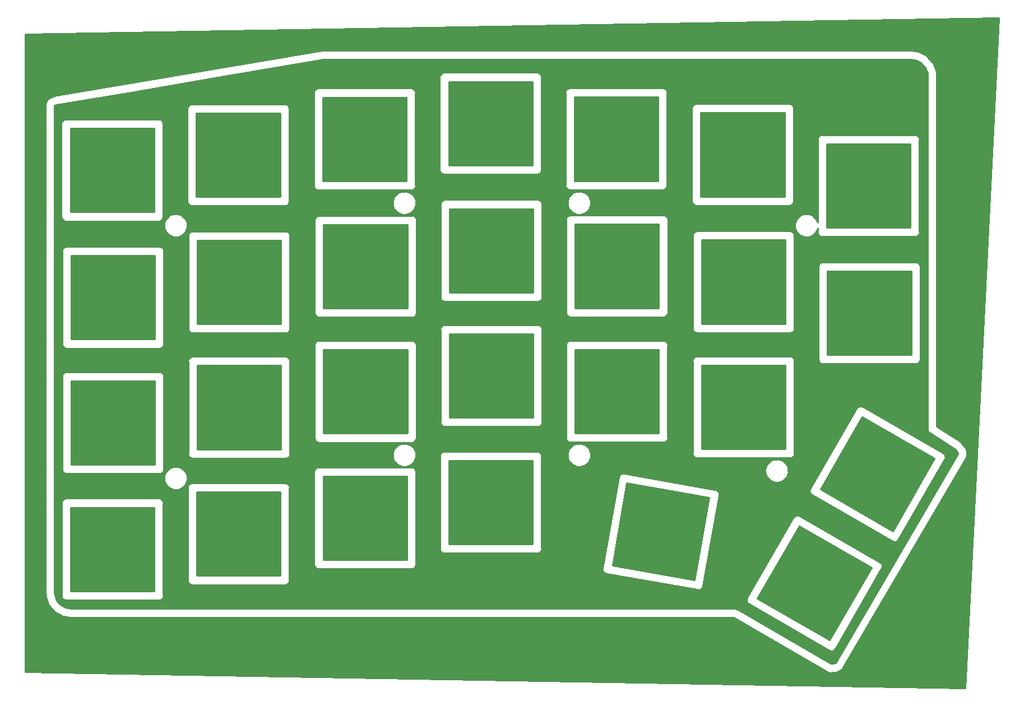
<source format=gbr>
G04 #@! TF.GenerationSoftware,KiCad,Pcbnew,(5.0.0)*
G04 #@! TF.CreationDate,2019-03-31T09:13:50-06:00*
G04 #@! TF.ProjectId,Top Plate,546F7020506C6174652E6B696361645F,rev?*
G04 #@! TF.SameCoordinates,Original*
G04 #@! TF.FileFunction,Copper,L2,Bot,Signal*
G04 #@! TF.FilePolarity,Positive*
%FSLAX46Y46*%
G04 Gerber Fmt 4.6, Leading zero omitted, Abs format (unit mm)*
G04 Created by KiCad (PCBNEW (5.0.0)) date 03/31/19 09:13:50*
%MOMM*%
%LPD*%
G01*
G04 APERTURE LIST*
G04 #@! TA.AperFunction,NonConductor*
%ADD10C,0.254000*%
G04 #@! TD*
G04 APERTURE END LIST*
D10*
G36*
X213239300Y-142110824D02*
X71247000Y-139575247D01*
X71247000Y-127624536D01*
X74316727Y-127624536D01*
X74320001Y-127661933D01*
X74320001Y-127699462D01*
X74325869Y-127728964D01*
X74359849Y-128117103D01*
X74354343Y-128139618D01*
X74371666Y-128252082D01*
X74375594Y-128296945D01*
X74381918Y-128318639D01*
X74385358Y-128340968D01*
X74400764Y-128383279D01*
X74432614Y-128492529D01*
X74447123Y-128510605D01*
X74749330Y-129340610D01*
X74755138Y-129393802D01*
X74795514Y-129467455D01*
X74800719Y-129481749D01*
X74827894Y-129526520D01*
X74853070Y-129572445D01*
X74862845Y-129584102D01*
X74906427Y-129655904D01*
X74949581Y-129687538D01*
X75535241Y-130385963D01*
X75559039Y-130434211D01*
X75621973Y-130489395D01*
X75631563Y-130500831D01*
X75672623Y-130533807D01*
X75712217Y-130568525D01*
X75725142Y-130575986D01*
X75790404Y-130628399D01*
X75842047Y-130643470D01*
X76631114Y-131098962D01*
X76669869Y-131136058D01*
X76748013Y-131166442D01*
X76761069Y-131173979D01*
X76810814Y-131190861D01*
X76859746Y-131209887D01*
X76874584Y-131212503D01*
X76953988Y-131239450D01*
X77007525Y-131235937D01*
X77985336Y-131408304D01*
X78044138Y-131420000D01*
X78051689Y-131420000D01*
X78059120Y-131421310D01*
X78119025Y-131420000D01*
X178270672Y-131420000D01*
X192386349Y-139653980D01*
X192443179Y-139687247D01*
X192443670Y-139687417D01*
X192444126Y-139687683D01*
X192458800Y-139692737D01*
X192507153Y-139723200D01*
X192586042Y-139736700D01*
X192596681Y-139740383D01*
X192597425Y-139740485D01*
X192636745Y-139754029D01*
X192674007Y-139751754D01*
X192707959Y-139757564D01*
X192719210Y-139757262D01*
X192798499Y-139768184D01*
X192854120Y-139753637D01*
X193363184Y-139739961D01*
X193415973Y-139751331D01*
X193498113Y-139736336D01*
X193512834Y-139735941D01*
X193564398Y-139724236D01*
X193616386Y-139714746D01*
X193630071Y-139709329D01*
X193711505Y-139690844D01*
X193755585Y-139659646D01*
X194226214Y-139473356D01*
X194279260Y-139466065D01*
X194351728Y-139423674D01*
X194365839Y-139418088D01*
X194409877Y-139389658D01*
X194455109Y-139363199D01*
X194466459Y-139353130D01*
X194536997Y-139307593D01*
X194563985Y-139268552D01*
X194597029Y-139252488D01*
X194660236Y-139181232D01*
X194680042Y-139163662D01*
X194704909Y-139130870D01*
X194732219Y-139100082D01*
X194745587Y-139077227D01*
X194803140Y-139001332D01*
X194813808Y-138960595D01*
X213324200Y-107314439D01*
X213368405Y-107262975D01*
X213402083Y-107160308D01*
X213450916Y-107019078D01*
X213446647Y-106947768D01*
X213470775Y-106748714D01*
X213490812Y-106692795D01*
X213487014Y-106614748D01*
X213488140Y-106605456D01*
X213483738Y-106547434D01*
X213480909Y-106489311D01*
X213478639Y-106480230D01*
X213472727Y-106402314D01*
X213445910Y-106349314D01*
X213376068Y-106069947D01*
X213376670Y-106022436D01*
X213343312Y-105938926D01*
X213338185Y-105918416D01*
X213318339Y-105876405D01*
X213301099Y-105833245D01*
X213289575Y-105815515D01*
X213251166Y-105734210D01*
X213215975Y-105702286D01*
X213014921Y-105392972D01*
X212991071Y-105351283D01*
X212978227Y-105336520D01*
X212967567Y-105320120D01*
X212934050Y-105285743D01*
X212673908Y-104986733D01*
X212660059Y-104955689D01*
X212585121Y-104884680D01*
X212562510Y-104858691D01*
X212536272Y-104838392D01*
X212512179Y-104815563D01*
X212483017Y-104797193D01*
X212401375Y-104734033D01*
X212368579Y-104725106D01*
X208890000Y-102533874D01*
X208890000Y-49071555D01*
X208908410Y-48976557D01*
X208867681Y-48776944D01*
X208858503Y-48755091D01*
X208850255Y-48713627D01*
X208825574Y-48676689D01*
X208458614Y-47802977D01*
X208455106Y-47770923D01*
X208412626Y-47693480D01*
X208395434Y-47652547D01*
X208367414Y-47611056D01*
X208357128Y-47592305D01*
X208344938Y-47577776D01*
X208281416Y-47483716D01*
X208246852Y-47460867D01*
X207674840Y-46779082D01*
X207651096Y-46730933D01*
X207588069Y-46675660D01*
X207578407Y-46664143D01*
X207537449Y-46631266D01*
X207497928Y-46596607D01*
X207484898Y-46589084D01*
X207419533Y-46536616D01*
X207368001Y-46521592D01*
X206578983Y-46066045D01*
X206540184Y-46028912D01*
X206462086Y-45998553D01*
X206449081Y-45991044D01*
X206399293Y-45974143D01*
X206350301Y-45955098D01*
X206335516Y-45952493D01*
X206256167Y-45925557D01*
X206202574Y-45929069D01*
X205224252Y-45756694D01*
X205165462Y-45745000D01*
X205157882Y-45745000D01*
X205150424Y-45743686D01*
X205090551Y-45745000D01*
X116220779Y-45745000D01*
X116163217Y-45743347D01*
X116153449Y-45745000D01*
X116143538Y-45745000D01*
X116087027Y-45756241D01*
X75589893Y-52609640D01*
X75548545Y-52606348D01*
X75482021Y-52627896D01*
X75446186Y-52633960D01*
X75255808Y-52706488D01*
X75209308Y-52750392D01*
X75076029Y-52824872D01*
X75075514Y-52824928D01*
X74896912Y-52922936D01*
X74759763Y-53038042D01*
X74711600Y-53061807D01*
X74656364Y-53124822D01*
X74644863Y-53134474D01*
X74611966Y-53175472D01*
X74577310Y-53215008D01*
X74569804Y-53228016D01*
X74517363Y-53293370D01*
X74502341Y-53344929D01*
X74487944Y-53369878D01*
X74450934Y-53408524D01*
X74420478Y-53486795D01*
X74412875Y-53499971D01*
X74396049Y-53549578D01*
X74377058Y-53598384D01*
X74374414Y-53613361D01*
X74347435Y-53692901D01*
X74350947Y-53746296D01*
X74331713Y-53855253D01*
X74320000Y-53914139D01*
X74320000Y-53921606D01*
X74318703Y-53928953D01*
X74320000Y-53988937D01*
X74320001Y-127594625D01*
X74316727Y-127624536D01*
X71247000Y-127624536D01*
X71247000Y-43304829D01*
X218306375Y-40769323D01*
X213239300Y-142110824D01*
X213239300Y-142110824D01*
G37*
X213239300Y-142110824D02*
X71247000Y-139575247D01*
X71247000Y-127624536D01*
X74316727Y-127624536D01*
X74320001Y-127661933D01*
X74320001Y-127699462D01*
X74325869Y-127728964D01*
X74359849Y-128117103D01*
X74354343Y-128139618D01*
X74371666Y-128252082D01*
X74375594Y-128296945D01*
X74381918Y-128318639D01*
X74385358Y-128340968D01*
X74400764Y-128383279D01*
X74432614Y-128492529D01*
X74447123Y-128510605D01*
X74749330Y-129340610D01*
X74755138Y-129393802D01*
X74795514Y-129467455D01*
X74800719Y-129481749D01*
X74827894Y-129526520D01*
X74853070Y-129572445D01*
X74862845Y-129584102D01*
X74906427Y-129655904D01*
X74949581Y-129687538D01*
X75535241Y-130385963D01*
X75559039Y-130434211D01*
X75621973Y-130489395D01*
X75631563Y-130500831D01*
X75672623Y-130533807D01*
X75712217Y-130568525D01*
X75725142Y-130575986D01*
X75790404Y-130628399D01*
X75842047Y-130643470D01*
X76631114Y-131098962D01*
X76669869Y-131136058D01*
X76748013Y-131166442D01*
X76761069Y-131173979D01*
X76810814Y-131190861D01*
X76859746Y-131209887D01*
X76874584Y-131212503D01*
X76953988Y-131239450D01*
X77007525Y-131235937D01*
X77985336Y-131408304D01*
X78044138Y-131420000D01*
X78051689Y-131420000D01*
X78059120Y-131421310D01*
X78119025Y-131420000D01*
X178270672Y-131420000D01*
X192386349Y-139653980D01*
X192443179Y-139687247D01*
X192443670Y-139687417D01*
X192444126Y-139687683D01*
X192458800Y-139692737D01*
X192507153Y-139723200D01*
X192586042Y-139736700D01*
X192596681Y-139740383D01*
X192597425Y-139740485D01*
X192636745Y-139754029D01*
X192674007Y-139751754D01*
X192707959Y-139757564D01*
X192719210Y-139757262D01*
X192798499Y-139768184D01*
X192854120Y-139753637D01*
X193363184Y-139739961D01*
X193415973Y-139751331D01*
X193498113Y-139736336D01*
X193512834Y-139735941D01*
X193564398Y-139724236D01*
X193616386Y-139714746D01*
X193630071Y-139709329D01*
X193711505Y-139690844D01*
X193755585Y-139659646D01*
X194226214Y-139473356D01*
X194279260Y-139466065D01*
X194351728Y-139423674D01*
X194365839Y-139418088D01*
X194409877Y-139389658D01*
X194455109Y-139363199D01*
X194466459Y-139353130D01*
X194536997Y-139307593D01*
X194563985Y-139268552D01*
X194597029Y-139252488D01*
X194660236Y-139181232D01*
X194680042Y-139163662D01*
X194704909Y-139130870D01*
X194732219Y-139100082D01*
X194745587Y-139077227D01*
X194803140Y-139001332D01*
X194813808Y-138960595D01*
X213324200Y-107314439D01*
X213368405Y-107262975D01*
X213402083Y-107160308D01*
X213450916Y-107019078D01*
X213446647Y-106947768D01*
X213470775Y-106748714D01*
X213490812Y-106692795D01*
X213487014Y-106614748D01*
X213488140Y-106605456D01*
X213483738Y-106547434D01*
X213480909Y-106489311D01*
X213478639Y-106480230D01*
X213472727Y-106402314D01*
X213445910Y-106349314D01*
X213376068Y-106069947D01*
X213376670Y-106022436D01*
X213343312Y-105938926D01*
X213338185Y-105918416D01*
X213318339Y-105876405D01*
X213301099Y-105833245D01*
X213289575Y-105815515D01*
X213251166Y-105734210D01*
X213215975Y-105702286D01*
X213014921Y-105392972D01*
X212991071Y-105351283D01*
X212978227Y-105336520D01*
X212967567Y-105320120D01*
X212934050Y-105285743D01*
X212673908Y-104986733D01*
X212660059Y-104955689D01*
X212585121Y-104884680D01*
X212562510Y-104858691D01*
X212536272Y-104838392D01*
X212512179Y-104815563D01*
X212483017Y-104797193D01*
X212401375Y-104734033D01*
X212368579Y-104725106D01*
X208890000Y-102533874D01*
X208890000Y-49071555D01*
X208908410Y-48976557D01*
X208867681Y-48776944D01*
X208858503Y-48755091D01*
X208850255Y-48713627D01*
X208825574Y-48676689D01*
X208458614Y-47802977D01*
X208455106Y-47770923D01*
X208412626Y-47693480D01*
X208395434Y-47652547D01*
X208367414Y-47611056D01*
X208357128Y-47592305D01*
X208344938Y-47577776D01*
X208281416Y-47483716D01*
X208246852Y-47460867D01*
X207674840Y-46779082D01*
X207651096Y-46730933D01*
X207588069Y-46675660D01*
X207578407Y-46664143D01*
X207537449Y-46631266D01*
X207497928Y-46596607D01*
X207484898Y-46589084D01*
X207419533Y-46536616D01*
X207368001Y-46521592D01*
X206578983Y-46066045D01*
X206540184Y-46028912D01*
X206462086Y-45998553D01*
X206449081Y-45991044D01*
X206399293Y-45974143D01*
X206350301Y-45955098D01*
X206335516Y-45952493D01*
X206256167Y-45925557D01*
X206202574Y-45929069D01*
X205224252Y-45756694D01*
X205165462Y-45745000D01*
X205157882Y-45745000D01*
X205150424Y-45743686D01*
X205090551Y-45745000D01*
X116220779Y-45745000D01*
X116163217Y-45743347D01*
X116153449Y-45745000D01*
X116143538Y-45745000D01*
X116087027Y-45756241D01*
X75589893Y-52609640D01*
X75548545Y-52606348D01*
X75482021Y-52627896D01*
X75446186Y-52633960D01*
X75255808Y-52706488D01*
X75209308Y-52750392D01*
X75076029Y-52824872D01*
X75075514Y-52824928D01*
X74896912Y-52922936D01*
X74759763Y-53038042D01*
X74711600Y-53061807D01*
X74656364Y-53124822D01*
X74644863Y-53134474D01*
X74611966Y-53175472D01*
X74577310Y-53215008D01*
X74569804Y-53228016D01*
X74517363Y-53293370D01*
X74502341Y-53344929D01*
X74487944Y-53369878D01*
X74450934Y-53408524D01*
X74420478Y-53486795D01*
X74412875Y-53499971D01*
X74396049Y-53549578D01*
X74377058Y-53598384D01*
X74374414Y-53613361D01*
X74347435Y-53692901D01*
X74350947Y-53746296D01*
X74331713Y-53855253D01*
X74320000Y-53914139D01*
X74320000Y-53921606D01*
X74318703Y-53928953D01*
X74320000Y-53988937D01*
X74320001Y-127594625D01*
X74316727Y-127624536D01*
X71247000Y-127624536D01*
X71247000Y-43304829D01*
X218306375Y-40769323D01*
X213239300Y-142110824D01*
G36*
X205927138Y-47271641D02*
X206649878Y-47688923D01*
X207200351Y-48345037D01*
X207520001Y-49106108D01*
X207520000Y-95317461D01*
X207520001Y-95317466D01*
X207520000Y-102859355D01*
X207519030Y-102890432D01*
X207512339Y-102943510D01*
X207525098Y-102990101D01*
X207524188Y-103008796D01*
X207541942Y-103058344D01*
X207542411Y-103061157D01*
X207544210Y-103065914D01*
X207547118Y-103081910D01*
X207548812Y-103086198D01*
X207563745Y-103161272D01*
X207574602Y-103177520D01*
X207575746Y-103183273D01*
X207589728Y-103204199D01*
X207594554Y-103222703D01*
X207611666Y-103245315D01*
X207621965Y-103271388D01*
X207656251Y-103306824D01*
X207669940Y-103337510D01*
X207701459Y-103367376D01*
X207715143Y-103387856D01*
X207729129Y-103397201D01*
X207757395Y-103433622D01*
X207774612Y-103443437D01*
X207805210Y-103477165D01*
X207852653Y-103499578D01*
X207867125Y-103508693D01*
X207972727Y-103579254D01*
X207982099Y-103581118D01*
X211639479Y-105884983D01*
X211881772Y-106163478D01*
X212053236Y-106427270D01*
X212104740Y-106633286D01*
X212096708Y-106699554D01*
X193656711Y-138225361D01*
X193287516Y-138371501D01*
X192923522Y-138381279D01*
X178919492Y-130212426D01*
X178907254Y-130197998D01*
X178815468Y-130150836D01*
X178797839Y-130135029D01*
X178770051Y-130125254D01*
X178759873Y-130119317D01*
X178756078Y-130118010D01*
X178715273Y-130090745D01*
X178635474Y-130074872D01*
X178563796Y-130049188D01*
X178517644Y-130051434D01*
X178515462Y-130051000D01*
X178507489Y-130051000D01*
X178502462Y-130050000D01*
X178483674Y-130050000D01*
X178465089Y-130047345D01*
X178462932Y-130047463D01*
X178398491Y-130039339D01*
X178379398Y-130044568D01*
X178374276Y-130044147D01*
X178356051Y-130050000D01*
X78171509Y-130050000D01*
X77282958Y-129893368D01*
X76560285Y-129476203D01*
X76023692Y-128836294D01*
X75726623Y-128020401D01*
X75690000Y-127602078D01*
X75690000Y-114088980D01*
X76730891Y-114088980D01*
X76744310Y-114156442D01*
X76744311Y-128019653D01*
X76730891Y-128087120D01*
X76784055Y-128354393D01*
X76935453Y-128580977D01*
X77162037Y-128732375D01*
X77361848Y-128772120D01*
X77361849Y-128772120D01*
X77429310Y-128785539D01*
X77496772Y-128772120D01*
X91361398Y-128772120D01*
X91428860Y-128785539D01*
X91496321Y-128772120D01*
X91496322Y-128772120D01*
X91696133Y-128732375D01*
X91784322Y-128673449D01*
X180195358Y-128673449D01*
X180201824Y-128772120D01*
X180213172Y-128945357D01*
X180213176Y-128945366D01*
X180213177Y-128945375D01*
X180275633Y-129072028D01*
X180333691Y-129189768D01*
X180333697Y-129189774D01*
X180333702Y-129189783D01*
X180452504Y-129293972D01*
X180486855Y-129324100D01*
X180486860Y-129324103D01*
X180538583Y-129369464D01*
X180603710Y-129391573D01*
X192610880Y-136324545D01*
X192662612Y-136369910D01*
X192781400Y-136410228D01*
X192920610Y-136457490D01*
X192920639Y-136457488D01*
X192920662Y-136457496D01*
X193047718Y-136449164D01*
X193192537Y-136439678D01*
X193192562Y-136439666D01*
X193192587Y-136439664D01*
X193311253Y-136381139D01*
X193436948Y-136319159D01*
X193436965Y-136319139D01*
X193436990Y-136319127D01*
X193530532Y-136212456D01*
X193616634Y-136114283D01*
X193638754Y-136049128D01*
X200571314Y-124040618D01*
X200616663Y-123988903D01*
X200638768Y-123923775D01*
X200704246Y-123730859D01*
X200704246Y-123730856D01*
X200704247Y-123730852D01*
X200691729Y-123539978D01*
X200686415Y-123458933D01*
X200686413Y-123458929D01*
X200686413Y-123458926D01*
X200627793Y-123340070D01*
X200565878Y-123214530D01*
X200565875Y-123214528D01*
X200565874Y-123214525D01*
X200412699Y-123080206D01*
X200360988Y-123034860D01*
X200295854Y-123012752D01*
X188288717Y-116081117D01*
X188237017Y-116035776D01*
X188171864Y-116013659D01*
X188171849Y-116013650D01*
X188112734Y-115993586D01*
X187978971Y-115948178D01*
X187978951Y-115948179D01*
X187978932Y-115948173D01*
X187843148Y-115957078D01*
X187707044Y-115965997D01*
X187707026Y-115966006D01*
X187707007Y-115966007D01*
X187591530Y-116022960D01*
X187462636Y-116086522D01*
X187462622Y-116086538D01*
X187462606Y-116086546D01*
X187382015Y-116178451D01*
X187328308Y-116239690D01*
X187328297Y-116239710D01*
X187282937Y-116291437D01*
X187260838Y-116356548D01*
X180328313Y-128363682D01*
X180282966Y-128415387D01*
X180260851Y-128480528D01*
X180260846Y-128480536D01*
X180240155Y-128541488D01*
X180195360Y-128673431D01*
X180195361Y-128673441D01*
X180195358Y-128673449D01*
X91784322Y-128673449D01*
X91922717Y-128580977D01*
X92074115Y-128354393D01*
X92127279Y-128087120D01*
X92113860Y-128019658D01*
X92113860Y-114156442D01*
X92127279Y-114088980D01*
X92074115Y-113821707D01*
X91922717Y-113595123D01*
X91696133Y-113443725D01*
X91496322Y-113403980D01*
X91428860Y-113390561D01*
X91361399Y-113403980D01*
X77496771Y-113403980D01*
X77429310Y-113390561D01*
X77361848Y-113403980D01*
X77162037Y-113443725D01*
X76935453Y-113595123D01*
X76784055Y-113821707D01*
X76730891Y-114088980D01*
X75690000Y-114088980D01*
X75690000Y-110061593D01*
X92214677Y-110061593D01*
X92225000Y-110378284D01*
X92225000Y-110695113D01*
X92236210Y-110722176D01*
X92237164Y-110751453D01*
X92457901Y-111284359D01*
X92471293Y-111289716D01*
X92489138Y-111332799D01*
X92977201Y-111820862D01*
X93020284Y-111838707D01*
X93025641Y-111852099D01*
X93322171Y-111963753D01*
X93614887Y-112085000D01*
X93644177Y-112085000D01*
X93671593Y-112095323D01*
X93988284Y-112085000D01*
X94305113Y-112085000D01*
X94332176Y-112073790D01*
X94361453Y-112072836D01*
X94894359Y-111852099D01*
X94899716Y-111838707D01*
X94942799Y-111820862D01*
X94983541Y-111780120D01*
X95770781Y-111780120D01*
X95784200Y-111847582D01*
X95784201Y-125710793D01*
X95770781Y-125778260D01*
X95823945Y-126045533D01*
X95975343Y-126272117D01*
X96201927Y-126423515D01*
X96401738Y-126463260D01*
X96401739Y-126463260D01*
X96469200Y-126476679D01*
X96536662Y-126463260D01*
X110401038Y-126463260D01*
X110468500Y-126476679D01*
X110535961Y-126463260D01*
X110535962Y-126463260D01*
X110735773Y-126423515D01*
X110962357Y-126272117D01*
X111113755Y-126045533D01*
X111131982Y-125953899D01*
X111153500Y-125845722D01*
X111153500Y-125845721D01*
X111166919Y-125778260D01*
X111153500Y-125710798D01*
X111153500Y-111847582D01*
X111166919Y-111780120D01*
X111113755Y-111512847D01*
X110962357Y-111286263D01*
X110735773Y-111134865D01*
X110535962Y-111095120D01*
X110468500Y-111081701D01*
X110401039Y-111095120D01*
X96536661Y-111095120D01*
X96469200Y-111081701D01*
X96401738Y-111095120D01*
X96201927Y-111134865D01*
X95975343Y-111286263D01*
X95823945Y-111512847D01*
X95770781Y-111780120D01*
X94983541Y-111780120D01*
X95430862Y-111332799D01*
X95448707Y-111289716D01*
X95462099Y-111284359D01*
X95573753Y-110987829D01*
X95695000Y-110695113D01*
X95695000Y-110665823D01*
X95705323Y-110638407D01*
X95695000Y-110321716D01*
X95695000Y-110004887D01*
X95683790Y-109977824D01*
X95682836Y-109948547D01*
X95462099Y-109415641D01*
X95448707Y-109410284D01*
X95439246Y-109387440D01*
X114869041Y-109387440D01*
X114882460Y-109454902D01*
X114882461Y-123318113D01*
X114869041Y-123385580D01*
X114922205Y-123652853D01*
X115073603Y-123879437D01*
X115300187Y-124030835D01*
X115499998Y-124070580D01*
X115499999Y-124070580D01*
X115567460Y-124083999D01*
X115634922Y-124070580D01*
X129499298Y-124070580D01*
X129566760Y-124083999D01*
X129634221Y-124070580D01*
X129634222Y-124070580D01*
X129834033Y-124030835D01*
X129893934Y-123990810D01*
X158460572Y-123990810D01*
X158462073Y-124059579D01*
X158462072Y-124059582D01*
X158462605Y-124083999D01*
X158466517Y-124263254D01*
X158466518Y-124263256D01*
X158466518Y-124263258D01*
X158481573Y-124297472D01*
X158576268Y-124512685D01*
X158576270Y-124512687D01*
X158576271Y-124512689D01*
X158651365Y-124584575D01*
X158773120Y-124701130D01*
X158773123Y-124701131D01*
X158773124Y-124701132D01*
X158854783Y-124732887D01*
X158962993Y-124774968D01*
X158962996Y-124774968D01*
X159027105Y-124799899D01*
X159095870Y-124798398D01*
X172748859Y-127205812D01*
X172812937Y-127230737D01*
X172881739Y-127229242D01*
X172881767Y-127229247D01*
X172944510Y-127227878D01*
X173085381Y-127224817D01*
X173085411Y-127224804D01*
X173085444Y-127224803D01*
X173208313Y-127170740D01*
X173334823Y-127115089D01*
X173334846Y-127115065D01*
X173334875Y-127115052D01*
X173426106Y-127019751D01*
X173523285Y-126918255D01*
X173523297Y-126918224D01*
X173523320Y-126918200D01*
X173572738Y-126791124D01*
X173597141Y-126728388D01*
X173597147Y-126728356D01*
X173622088Y-126664220D01*
X173620588Y-126595486D01*
X176029547Y-112941090D01*
X176054489Y-112876950D01*
X176051493Y-112739729D01*
X176048557Y-112604580D01*
X176048542Y-112604546D01*
X176048541Y-112604506D01*
X175992260Y-112476601D01*
X175938829Y-112355138D01*
X175938802Y-112355112D01*
X175938786Y-112355076D01*
X175836662Y-112257316D01*
X175752767Y-112176988D01*
X189720353Y-112176988D01*
X189738187Y-112448913D01*
X189798022Y-112570233D01*
X189858725Y-112693313D01*
X190063616Y-112872982D01*
X190128750Y-112895089D01*
X202135903Y-119826735D01*
X202187614Y-119872081D01*
X202252746Y-119894188D01*
X202252750Y-119894190D01*
X202341902Y-119924449D01*
X202445664Y-119959667D01*
X202445667Y-119959667D01*
X202502921Y-119955912D01*
X202717589Y-119941834D01*
X202717591Y-119941833D01*
X202717593Y-119941833D01*
X202876815Y-119863305D01*
X202961991Y-119821296D01*
X202961992Y-119821295D01*
X202961994Y-119821294D01*
X203141663Y-119616403D01*
X203163769Y-119551271D01*
X210096312Y-107542722D01*
X210141661Y-107491007D01*
X210229247Y-107232956D01*
X210211414Y-106961030D01*
X210090877Y-106716628D01*
X209937703Y-106582308D01*
X209937696Y-106582304D01*
X209885986Y-106536959D01*
X209820860Y-106514855D01*
X197813700Y-99583108D01*
X197761984Y-99537758D01*
X197681183Y-99510333D01*
X197503936Y-99450173D01*
X197503933Y-99450173D01*
X197450434Y-99453682D01*
X197232011Y-99468006D01*
X197232009Y-99468007D01*
X197232008Y-99468007D01*
X197114799Y-99525814D01*
X196987609Y-99588543D01*
X196987608Y-99588544D01*
X196987606Y-99588545D01*
X196884411Y-99706226D01*
X196807939Y-99793433D01*
X196785832Y-99858567D01*
X189853286Y-111867222D01*
X189807937Y-111918937D01*
X189785831Y-111984068D01*
X189785830Y-111984070D01*
X189723867Y-112166634D01*
X189720353Y-112176988D01*
X175752767Y-112176988D01*
X175741995Y-112166675D01*
X175741961Y-112166662D01*
X175741932Y-112166634D01*
X175607542Y-112114375D01*
X175488023Y-112067884D01*
X175419224Y-112069379D01*
X161764762Y-109661901D01*
X161700655Y-109636971D01*
X161428211Y-109642917D01*
X161178780Y-109752671D01*
X160990337Y-109949523D01*
X160916500Y-110139397D01*
X160916498Y-110139407D01*
X160891571Y-110203510D01*
X160893072Y-110272267D01*
X158485501Y-123926706D01*
X158460572Y-123990810D01*
X129893934Y-123990810D01*
X130060617Y-123879437D01*
X130212015Y-123652853D01*
X130265179Y-123385580D01*
X130251760Y-123318118D01*
X130251760Y-109454902D01*
X130265179Y-109387440D01*
X130212015Y-109120167D01*
X130060617Y-108893583D01*
X129834033Y-108742185D01*
X129634222Y-108702440D01*
X129566760Y-108689021D01*
X129499299Y-108702440D01*
X115634921Y-108702440D01*
X115567460Y-108689021D01*
X115499998Y-108702440D01*
X115300187Y-108742185D01*
X115073603Y-108893583D01*
X114922205Y-109120167D01*
X114869041Y-109387440D01*
X95439246Y-109387440D01*
X95430862Y-109367201D01*
X94942799Y-108879138D01*
X94899716Y-108861293D01*
X94894359Y-108847901D01*
X94597829Y-108736247D01*
X94305113Y-108615000D01*
X94275823Y-108615000D01*
X94248407Y-108604677D01*
X93931716Y-108615000D01*
X93614887Y-108615000D01*
X93587824Y-108626210D01*
X93558547Y-108627164D01*
X93025641Y-108847901D01*
X93020284Y-108861293D01*
X92977201Y-108879138D01*
X92489138Y-109367201D01*
X92471293Y-109410284D01*
X92457901Y-109415641D01*
X92346247Y-109712171D01*
X92225000Y-110004887D01*
X92225000Y-110034177D01*
X92214677Y-110061593D01*
X75690000Y-110061593D01*
X75690000Y-94962780D01*
X76796931Y-94962780D01*
X76810350Y-95030242D01*
X76810351Y-108893453D01*
X76796931Y-108960920D01*
X76850095Y-109228193D01*
X77001493Y-109454777D01*
X77228077Y-109606175D01*
X77427888Y-109645920D01*
X77427889Y-109645920D01*
X77495350Y-109659339D01*
X77562812Y-109645920D01*
X91427438Y-109645920D01*
X91494900Y-109659339D01*
X91562361Y-109645920D01*
X91562362Y-109645920D01*
X91762173Y-109606175D01*
X91988757Y-109454777D01*
X92140155Y-109228193D01*
X92193319Y-108960920D01*
X92179900Y-108893458D01*
X92179900Y-95030242D01*
X92193319Y-94962780D01*
X92140155Y-94695507D01*
X91988757Y-94468923D01*
X91762173Y-94317525D01*
X91562362Y-94277780D01*
X91494900Y-94264361D01*
X91427439Y-94277780D01*
X77562811Y-94277780D01*
X77495350Y-94264361D01*
X77427888Y-94277780D01*
X77228077Y-94317525D01*
X77001493Y-94468923D01*
X76850095Y-94695507D01*
X76796931Y-94962780D01*
X75690000Y-94962780D01*
X75690000Y-92653920D01*
X95836821Y-92653920D01*
X95850240Y-92721382D01*
X95850241Y-106584593D01*
X95836821Y-106652060D01*
X95889985Y-106919333D01*
X96041383Y-107145917D01*
X96267967Y-107297315D01*
X96467778Y-107337060D01*
X96467779Y-107337060D01*
X96535240Y-107350479D01*
X96602702Y-107337060D01*
X110467078Y-107337060D01*
X110534540Y-107350479D01*
X110602001Y-107337060D01*
X110602002Y-107337060D01*
X110801813Y-107297315D01*
X111028397Y-107145917D01*
X111179795Y-106919333D01*
X111232959Y-106652060D01*
X111219540Y-106584598D01*
X111219540Y-106561593D01*
X126754677Y-106561593D01*
X126765000Y-106878284D01*
X126765000Y-107195113D01*
X126776210Y-107222176D01*
X126777164Y-107251453D01*
X126997901Y-107784359D01*
X127011293Y-107789716D01*
X127029138Y-107832799D01*
X127517201Y-108320862D01*
X127560284Y-108338707D01*
X127565641Y-108352099D01*
X127862171Y-108463753D01*
X128154887Y-108585000D01*
X128184177Y-108585000D01*
X128211593Y-108595323D01*
X128528284Y-108585000D01*
X128845113Y-108585000D01*
X128872176Y-108573790D01*
X128901453Y-108572836D01*
X129434359Y-108352099D01*
X129439716Y-108338707D01*
X129482799Y-108320862D01*
X129970862Y-107832799D01*
X129988707Y-107789716D01*
X130002099Y-107784359D01*
X130113753Y-107487829D01*
X130235000Y-107195113D01*
X130235000Y-107165823D01*
X130245323Y-107138407D01*
X130241138Y-107010000D01*
X133873321Y-107010000D01*
X133886740Y-107077462D01*
X133886741Y-120940673D01*
X133873321Y-121008140D01*
X133926485Y-121275413D01*
X134077883Y-121501997D01*
X134304467Y-121653395D01*
X134504278Y-121693140D01*
X134504279Y-121693140D01*
X134571740Y-121706559D01*
X134639202Y-121693140D01*
X148503578Y-121693140D01*
X148571040Y-121706559D01*
X148638501Y-121693140D01*
X148638502Y-121693140D01*
X148838313Y-121653395D01*
X149064897Y-121501997D01*
X149216295Y-121275413D01*
X149269459Y-121008140D01*
X149256040Y-120940678D01*
X149256040Y-108931593D01*
X183034677Y-108931593D01*
X183045000Y-109248284D01*
X183045000Y-109565113D01*
X183056210Y-109592176D01*
X183057164Y-109621453D01*
X183277901Y-110154359D01*
X183291293Y-110159716D01*
X183309138Y-110202799D01*
X183797201Y-110690862D01*
X183840284Y-110708707D01*
X183845641Y-110722099D01*
X184142171Y-110833753D01*
X184434887Y-110955000D01*
X184464177Y-110955000D01*
X184491593Y-110965323D01*
X184808284Y-110955000D01*
X185125113Y-110955000D01*
X185152176Y-110943790D01*
X185181453Y-110942836D01*
X185714359Y-110722099D01*
X185719716Y-110708707D01*
X185762799Y-110690862D01*
X186250862Y-110202799D01*
X186268707Y-110159716D01*
X186282099Y-110154359D01*
X186393753Y-109857829D01*
X186515000Y-109565113D01*
X186515000Y-109535823D01*
X186525323Y-109508407D01*
X186515000Y-109191716D01*
X186515000Y-108874887D01*
X186503790Y-108847824D01*
X186502836Y-108818547D01*
X186282099Y-108285641D01*
X186268707Y-108280284D01*
X186250862Y-108237201D01*
X185762799Y-107749138D01*
X185719716Y-107731293D01*
X185714359Y-107717901D01*
X185417829Y-107606247D01*
X185125113Y-107485000D01*
X185095823Y-107485000D01*
X185068407Y-107474677D01*
X184751716Y-107485000D01*
X184434887Y-107485000D01*
X184407824Y-107496210D01*
X184378547Y-107497164D01*
X183845641Y-107717901D01*
X183840284Y-107731293D01*
X183797201Y-107749138D01*
X183309138Y-108237201D01*
X183291293Y-108280284D01*
X183277901Y-108285641D01*
X183166247Y-108582171D01*
X183045000Y-108874887D01*
X183045000Y-108904177D01*
X183034677Y-108931593D01*
X149256040Y-108931593D01*
X149256040Y-107077462D01*
X149269459Y-107010000D01*
X149216295Y-106742727D01*
X149095266Y-106561593D01*
X153164677Y-106561593D01*
X153175000Y-106878284D01*
X153175000Y-107195113D01*
X153186210Y-107222176D01*
X153187164Y-107251453D01*
X153407901Y-107784359D01*
X153421293Y-107789716D01*
X153439138Y-107832799D01*
X153927201Y-108320862D01*
X153970284Y-108338707D01*
X153975641Y-108352099D01*
X154272171Y-108463753D01*
X154564887Y-108585000D01*
X154594177Y-108585000D01*
X154621593Y-108595323D01*
X154938284Y-108585000D01*
X155255113Y-108585000D01*
X155282176Y-108573790D01*
X155311453Y-108572836D01*
X155844359Y-108352099D01*
X155849716Y-108338707D01*
X155892799Y-108320862D01*
X156380862Y-107832799D01*
X156398707Y-107789716D01*
X156412099Y-107784359D01*
X156523753Y-107487829D01*
X156645000Y-107195113D01*
X156645000Y-107165823D01*
X156655323Y-107138407D01*
X156645000Y-106821716D01*
X156645000Y-106504887D01*
X156633790Y-106477824D01*
X156632836Y-106448547D01*
X156412099Y-105915641D01*
X156398707Y-105910284D01*
X156380862Y-105867201D01*
X155892799Y-105379138D01*
X155849716Y-105361293D01*
X155844359Y-105347901D01*
X155547829Y-105236247D01*
X155255113Y-105115000D01*
X155225823Y-105115000D01*
X155198407Y-105104677D01*
X154881716Y-105115000D01*
X154564887Y-105115000D01*
X154537824Y-105126210D01*
X154508547Y-105127164D01*
X153975641Y-105347901D01*
X153970284Y-105361293D01*
X153927201Y-105379138D01*
X153439138Y-105867201D01*
X153421293Y-105910284D01*
X153407901Y-105915641D01*
X153296247Y-106212171D01*
X153175000Y-106504887D01*
X153175000Y-106534177D01*
X153164677Y-106561593D01*
X149095266Y-106561593D01*
X149064897Y-106516143D01*
X148838313Y-106364745D01*
X148638502Y-106325000D01*
X148571040Y-106311581D01*
X148503579Y-106325000D01*
X134639201Y-106325000D01*
X134571740Y-106311581D01*
X134504278Y-106325000D01*
X134304467Y-106364745D01*
X134077883Y-106516143D01*
X133926485Y-106742727D01*
X133873321Y-107010000D01*
X130241138Y-107010000D01*
X130235000Y-106821716D01*
X130235000Y-106504887D01*
X130223790Y-106477824D01*
X130222836Y-106448547D01*
X130002099Y-105915641D01*
X129988707Y-105910284D01*
X129970862Y-105867201D01*
X129482799Y-105379138D01*
X129439716Y-105361293D01*
X129434359Y-105347901D01*
X129137829Y-105236247D01*
X128845113Y-105115000D01*
X128815823Y-105115000D01*
X128788407Y-105104677D01*
X128471716Y-105115000D01*
X128154887Y-105115000D01*
X128127824Y-105126210D01*
X128098547Y-105127164D01*
X127565641Y-105347901D01*
X127560284Y-105361293D01*
X127517201Y-105379138D01*
X127029138Y-105867201D01*
X127011293Y-105910284D01*
X126997901Y-105915641D01*
X126886247Y-106212171D01*
X126765000Y-106504887D01*
X126765000Y-106534177D01*
X126754677Y-106561593D01*
X111219540Y-106561593D01*
X111219540Y-92721382D01*
X111232959Y-92653920D01*
X111179795Y-92386647D01*
X111028397Y-92160063D01*
X110801813Y-92008665D01*
X110602002Y-91968920D01*
X110534540Y-91955501D01*
X110467079Y-91968920D01*
X96602701Y-91968920D01*
X96535240Y-91955501D01*
X96467778Y-91968920D01*
X96267967Y-92008665D01*
X96041383Y-92160063D01*
X95889985Y-92386647D01*
X95836821Y-92653920D01*
X75690000Y-92653920D01*
X75690000Y-76039780D01*
X76804551Y-76039780D01*
X76817970Y-76107242D01*
X76817971Y-89970453D01*
X76804551Y-90037920D01*
X76857715Y-90305193D01*
X77009113Y-90531777D01*
X77235697Y-90683175D01*
X77435508Y-90722920D01*
X77435509Y-90722920D01*
X77502970Y-90736339D01*
X77570432Y-90722920D01*
X91435058Y-90722920D01*
X91502520Y-90736339D01*
X91569981Y-90722920D01*
X91569982Y-90722920D01*
X91769793Y-90683175D01*
X91996377Y-90531777D01*
X92147775Y-90305193D01*
X92156517Y-90261240D01*
X114935081Y-90261240D01*
X114948500Y-90328702D01*
X114948501Y-104191913D01*
X114935081Y-104259380D01*
X114988245Y-104526653D01*
X115139643Y-104753237D01*
X115366227Y-104904635D01*
X115566038Y-104944380D01*
X115566039Y-104944380D01*
X115633500Y-104957799D01*
X115700962Y-104944380D01*
X129565338Y-104944380D01*
X129632800Y-104957799D01*
X129700261Y-104944380D01*
X129700262Y-104944380D01*
X129900073Y-104904635D01*
X130126657Y-104753237D01*
X130278055Y-104526653D01*
X130331219Y-104259380D01*
X130317800Y-104191918D01*
X130317800Y-90328702D01*
X130331219Y-90261240D01*
X130278055Y-89993967D01*
X130126657Y-89767383D01*
X129900073Y-89615985D01*
X129700262Y-89576240D01*
X129632800Y-89562821D01*
X129565339Y-89576240D01*
X115700961Y-89576240D01*
X115633500Y-89562821D01*
X115566038Y-89576240D01*
X115366227Y-89615985D01*
X115139643Y-89767383D01*
X114988245Y-89993967D01*
X114935081Y-90261240D01*
X92156517Y-90261240D01*
X92200939Y-90037920D01*
X92187520Y-89970458D01*
X92187520Y-76107242D01*
X92200939Y-76039780D01*
X92147775Y-75772507D01*
X91996377Y-75545923D01*
X91769793Y-75394525D01*
X91569982Y-75354780D01*
X91502520Y-75341361D01*
X91435059Y-75354780D01*
X77570431Y-75354780D01*
X77502970Y-75341361D01*
X77435508Y-75354780D01*
X77235697Y-75394525D01*
X77009113Y-75545923D01*
X76857715Y-75772507D01*
X76804551Y-76039780D01*
X75690000Y-76039780D01*
X75690000Y-71861593D01*
X92214677Y-71861593D01*
X92225000Y-72178284D01*
X92225000Y-72495113D01*
X92236210Y-72522176D01*
X92237164Y-72551453D01*
X92457901Y-73084359D01*
X92471293Y-73089716D01*
X92489138Y-73132799D01*
X92977201Y-73620862D01*
X93020284Y-73638707D01*
X93025641Y-73652099D01*
X93322171Y-73763753D01*
X93614887Y-73885000D01*
X93644177Y-73885000D01*
X93671593Y-73895323D01*
X93988284Y-73885000D01*
X94305113Y-73885000D01*
X94332176Y-73873790D01*
X94361453Y-73872836D01*
X94704068Y-73730920D01*
X95844441Y-73730920D01*
X95857860Y-73798382D01*
X95857861Y-87661593D01*
X95844441Y-87729060D01*
X95897605Y-87996333D01*
X96049003Y-88222917D01*
X96275587Y-88374315D01*
X96475398Y-88414060D01*
X96475399Y-88414060D01*
X96542860Y-88427479D01*
X96610322Y-88414060D01*
X110474698Y-88414060D01*
X110542160Y-88427479D01*
X110609621Y-88414060D01*
X110609622Y-88414060D01*
X110809433Y-88374315D01*
X111036017Y-88222917D01*
X111187415Y-87996333D01*
X111209799Y-87883800D01*
X133939361Y-87883800D01*
X133952780Y-87951262D01*
X133952781Y-101814473D01*
X133939361Y-101881940D01*
X133992525Y-102149213D01*
X134143923Y-102375797D01*
X134370507Y-102527195D01*
X134570318Y-102566940D01*
X134570319Y-102566940D01*
X134637780Y-102580359D01*
X134705242Y-102566940D01*
X148569618Y-102566940D01*
X148637080Y-102580359D01*
X148704541Y-102566940D01*
X148704542Y-102566940D01*
X148904353Y-102527195D01*
X149130937Y-102375797D01*
X149282335Y-102149213D01*
X149335499Y-101881940D01*
X149322080Y-101814478D01*
X149322080Y-90238380D01*
X152930941Y-90238380D01*
X152944360Y-90305842D01*
X152944361Y-104169053D01*
X152930941Y-104236520D01*
X152984105Y-104503793D01*
X153135503Y-104730377D01*
X153362087Y-104881775D01*
X153561898Y-104921520D01*
X153561899Y-104921520D01*
X153629360Y-104934939D01*
X153696822Y-104921520D01*
X167561198Y-104921520D01*
X167628660Y-104934939D01*
X167696121Y-104921520D01*
X167696122Y-104921520D01*
X167895933Y-104881775D01*
X168122517Y-104730377D01*
X168273915Y-104503793D01*
X168327079Y-104236520D01*
X168313660Y-104169058D01*
X168313660Y-92610740D01*
X172036821Y-92610740D01*
X172050240Y-92678202D01*
X172050241Y-106541413D01*
X172036821Y-106608880D01*
X172089985Y-106876153D01*
X172241383Y-107102737D01*
X172467967Y-107254135D01*
X172667778Y-107293880D01*
X172667779Y-107293880D01*
X172735240Y-107307299D01*
X172802702Y-107293880D01*
X186667078Y-107293880D01*
X186734540Y-107307299D01*
X186802001Y-107293880D01*
X186802002Y-107293880D01*
X187001813Y-107254135D01*
X187228397Y-107102737D01*
X187379795Y-106876153D01*
X187432959Y-106608880D01*
X187419540Y-106541418D01*
X187419540Y-92678202D01*
X187432959Y-92610740D01*
X187379795Y-92343467D01*
X187228397Y-92116883D01*
X187001813Y-91965485D01*
X186802002Y-91925740D01*
X186734540Y-91912321D01*
X186667079Y-91925740D01*
X172802701Y-91925740D01*
X172735240Y-91912321D01*
X172667778Y-91925740D01*
X172467967Y-91965485D01*
X172241383Y-92116883D01*
X172089985Y-92343467D01*
X172036821Y-92610740D01*
X168313660Y-92610740D01*
X168313660Y-90305842D01*
X168327079Y-90238380D01*
X168273915Y-89971107D01*
X168122517Y-89744523D01*
X167895933Y-89593125D01*
X167696122Y-89553380D01*
X167628660Y-89539961D01*
X167561199Y-89553380D01*
X153696821Y-89553380D01*
X153629360Y-89539961D01*
X153561898Y-89553380D01*
X153362087Y-89593125D01*
X153135503Y-89744523D01*
X152984105Y-89971107D01*
X152930941Y-90238380D01*
X149322080Y-90238380D01*
X149322080Y-87951262D01*
X149335499Y-87883800D01*
X149282335Y-87616527D01*
X149130937Y-87389943D01*
X148904353Y-87238545D01*
X148704542Y-87198800D01*
X148637080Y-87185381D01*
X148569619Y-87198800D01*
X134705241Y-87198800D01*
X134637780Y-87185381D01*
X134570318Y-87198800D01*
X134370507Y-87238545D01*
X134143923Y-87389943D01*
X133992525Y-87616527D01*
X133939361Y-87883800D01*
X111209799Y-87883800D01*
X111240579Y-87729060D01*
X111227160Y-87661598D01*
X111227160Y-73798382D01*
X111240579Y-73730920D01*
X111187415Y-73463647D01*
X111036017Y-73237063D01*
X110809433Y-73085665D01*
X110609622Y-73045920D01*
X110542160Y-73032501D01*
X110474699Y-73045920D01*
X96610321Y-73045920D01*
X96542860Y-73032501D01*
X96475398Y-73045920D01*
X96275587Y-73085665D01*
X96049003Y-73237063D01*
X95897605Y-73463647D01*
X95844441Y-73730920D01*
X94704068Y-73730920D01*
X94894359Y-73652099D01*
X94899716Y-73638707D01*
X94942799Y-73620862D01*
X95430862Y-73132799D01*
X95448707Y-73089716D01*
X95462099Y-73084359D01*
X95573753Y-72787829D01*
X95695000Y-72495113D01*
X95695000Y-72465823D01*
X95705323Y-72438407D01*
X95695000Y-72121716D01*
X95695000Y-71804887D01*
X95683790Y-71777824D01*
X95682836Y-71748547D01*
X95512882Y-71338240D01*
X114942701Y-71338240D01*
X114956120Y-71405702D01*
X114956121Y-85268913D01*
X114942701Y-85336380D01*
X114995865Y-85603653D01*
X115147263Y-85830237D01*
X115373847Y-85981635D01*
X115573658Y-86021380D01*
X115573659Y-86021380D01*
X115641120Y-86034799D01*
X115708582Y-86021380D01*
X129572958Y-86021380D01*
X129640420Y-86034799D01*
X129707881Y-86021380D01*
X129707882Y-86021380D01*
X129907693Y-85981635D01*
X130134277Y-85830237D01*
X130285675Y-85603653D01*
X130338839Y-85336380D01*
X130325420Y-85268918D01*
X130325420Y-71405702D01*
X130338839Y-71338240D01*
X130314453Y-71215641D01*
X130285675Y-71070967D01*
X130134277Y-70844383D01*
X129907693Y-70692985D01*
X129640420Y-70639821D01*
X129572959Y-70653240D01*
X115708581Y-70653240D01*
X115641120Y-70639821D01*
X115573658Y-70653240D01*
X115373847Y-70692985D01*
X115147263Y-70844383D01*
X114995865Y-71070967D01*
X114942701Y-71338240D01*
X95512882Y-71338240D01*
X95462099Y-71215641D01*
X95448707Y-71210284D01*
X95430862Y-71167201D01*
X94942799Y-70679138D01*
X94899716Y-70661293D01*
X94894359Y-70647901D01*
X94597829Y-70536247D01*
X94305113Y-70415000D01*
X94275823Y-70415000D01*
X94248407Y-70404677D01*
X93931716Y-70415000D01*
X93614887Y-70415000D01*
X93587824Y-70426210D01*
X93558547Y-70427164D01*
X93025641Y-70647901D01*
X93020284Y-70661293D01*
X92977201Y-70679138D01*
X92489138Y-71167201D01*
X92471293Y-71210284D01*
X92457901Y-71215641D01*
X92346247Y-71512171D01*
X92225000Y-71804887D01*
X92225000Y-71834177D01*
X92214677Y-71861593D01*
X75690000Y-71861593D01*
X75690000Y-56817060D01*
X76687711Y-56817060D01*
X76701130Y-56884522D01*
X76701131Y-70747733D01*
X76687711Y-70815200D01*
X76740875Y-71082473D01*
X76892273Y-71309057D01*
X77118857Y-71460455D01*
X77318668Y-71500200D01*
X77318669Y-71500200D01*
X77386130Y-71513619D01*
X77453592Y-71500200D01*
X91318218Y-71500200D01*
X91385680Y-71513619D01*
X91453141Y-71500200D01*
X91453142Y-71500200D01*
X91652953Y-71460455D01*
X91879537Y-71309057D01*
X92030935Y-71082473D01*
X92084099Y-70815200D01*
X92070680Y-70747738D01*
X92070680Y-56884522D01*
X92084099Y-56817060D01*
X92030935Y-56549787D01*
X91879537Y-56323203D01*
X91652953Y-56171805D01*
X91453142Y-56132060D01*
X91385680Y-56118641D01*
X91318219Y-56132060D01*
X77453591Y-56132060D01*
X77386130Y-56118641D01*
X77318668Y-56132060D01*
X77118857Y-56171805D01*
X76892273Y-56323203D01*
X76740875Y-56549787D01*
X76687711Y-56817060D01*
X75690000Y-56817060D01*
X75690000Y-54508200D01*
X95727601Y-54508200D01*
X95741020Y-54575662D01*
X95741021Y-68438873D01*
X95727601Y-68506340D01*
X95780765Y-68773613D01*
X95932163Y-69000197D01*
X96158747Y-69151595D01*
X96358558Y-69191340D01*
X96358559Y-69191340D01*
X96426020Y-69204759D01*
X96493482Y-69191340D01*
X110357858Y-69191340D01*
X110425320Y-69204759D01*
X110492781Y-69191340D01*
X110492782Y-69191340D01*
X110692593Y-69151595D01*
X110919177Y-69000197D01*
X111070575Y-68773613D01*
X111123739Y-68506340D01*
X111114839Y-68461593D01*
X126754677Y-68461593D01*
X126765000Y-68778284D01*
X126765000Y-69095113D01*
X126776210Y-69122176D01*
X126777164Y-69151453D01*
X126997901Y-69684359D01*
X127011293Y-69689716D01*
X127029138Y-69732799D01*
X127517201Y-70220862D01*
X127560284Y-70238707D01*
X127565641Y-70252099D01*
X127862171Y-70363753D01*
X128154887Y-70485000D01*
X128184177Y-70485000D01*
X128211593Y-70495323D01*
X128528284Y-70485000D01*
X128845113Y-70485000D01*
X128872176Y-70473790D01*
X128901453Y-70472836D01*
X129434359Y-70252099D01*
X129439716Y-70238707D01*
X129482799Y-70220862D01*
X129970862Y-69732799D01*
X129988707Y-69689716D01*
X130002099Y-69684359D01*
X130113753Y-69387829D01*
X130235000Y-69095113D01*
X130235000Y-69065823D01*
X130245323Y-69038407D01*
X130242794Y-68960800D01*
X133946981Y-68960800D01*
X133960400Y-69028262D01*
X133960401Y-82891473D01*
X133946981Y-82958940D01*
X134000145Y-83226213D01*
X134151543Y-83452797D01*
X134378127Y-83604195D01*
X134577938Y-83643940D01*
X134577939Y-83643940D01*
X134645400Y-83657359D01*
X134712862Y-83643940D01*
X148577238Y-83643940D01*
X148644700Y-83657359D01*
X148712161Y-83643940D01*
X148712162Y-83643940D01*
X148911973Y-83604195D01*
X149138557Y-83452797D01*
X149289955Y-83226213D01*
X149343119Y-82958940D01*
X149329700Y-82891478D01*
X149329700Y-71315380D01*
X152938561Y-71315380D01*
X152951980Y-71382842D01*
X152951981Y-85246053D01*
X152938561Y-85313520D01*
X152991725Y-85580793D01*
X153143123Y-85807377D01*
X153369707Y-85958775D01*
X153569518Y-85998520D01*
X153569519Y-85998520D01*
X153636980Y-86011939D01*
X153704442Y-85998520D01*
X167568818Y-85998520D01*
X167636280Y-86011939D01*
X167703741Y-85998520D01*
X167703742Y-85998520D01*
X167903553Y-85958775D01*
X168130137Y-85807377D01*
X168281535Y-85580793D01*
X168334699Y-85313520D01*
X168321280Y-85246058D01*
X168321280Y-73687740D01*
X172044441Y-73687740D01*
X172057860Y-73755202D01*
X172057861Y-87618413D01*
X172044441Y-87685880D01*
X172097605Y-87953153D01*
X172249003Y-88179737D01*
X172475587Y-88331135D01*
X172675398Y-88370880D01*
X172675399Y-88370880D01*
X172742860Y-88384299D01*
X172810322Y-88370880D01*
X186674698Y-88370880D01*
X186742160Y-88384299D01*
X186809621Y-88370880D01*
X186809622Y-88370880D01*
X187009433Y-88331135D01*
X187236017Y-88179737D01*
X187387415Y-87953153D01*
X187440579Y-87685880D01*
X187427160Y-87618418D01*
X187427160Y-78376580D01*
X191053801Y-78376580D01*
X191067220Y-78444042D01*
X191067221Y-92307253D01*
X191053801Y-92374720D01*
X191106965Y-92641993D01*
X191258363Y-92868577D01*
X191484947Y-93019975D01*
X191684758Y-93059720D01*
X191684759Y-93059720D01*
X191752220Y-93073139D01*
X191819682Y-93059720D01*
X205684058Y-93059720D01*
X205751520Y-93073139D01*
X205818981Y-93059720D01*
X205818982Y-93059720D01*
X206018793Y-93019975D01*
X206245377Y-92868577D01*
X206396775Y-92641993D01*
X206449939Y-92374720D01*
X206436520Y-92307258D01*
X206436520Y-78444042D01*
X206449939Y-78376580D01*
X206396775Y-78109307D01*
X206245377Y-77882723D01*
X206018793Y-77731325D01*
X205818982Y-77691580D01*
X205751520Y-77678161D01*
X205684059Y-77691580D01*
X191819681Y-77691580D01*
X191752220Y-77678161D01*
X191684758Y-77691580D01*
X191484947Y-77731325D01*
X191258363Y-77882723D01*
X191106965Y-78109307D01*
X191053801Y-78376580D01*
X187427160Y-78376580D01*
X187427160Y-73755202D01*
X187440579Y-73687740D01*
X187387415Y-73420467D01*
X187236017Y-73193883D01*
X187009433Y-73042485D01*
X186809622Y-73002740D01*
X186742160Y-72989321D01*
X186674699Y-73002740D01*
X172810321Y-73002740D01*
X172742860Y-72989321D01*
X172675398Y-73002740D01*
X172475587Y-73042485D01*
X172249003Y-73193883D01*
X172097605Y-73420467D01*
X172044441Y-73687740D01*
X168321280Y-73687740D01*
X168321280Y-71861593D01*
X187504677Y-71861593D01*
X187515000Y-72178284D01*
X187515000Y-72495113D01*
X187526210Y-72522176D01*
X187527164Y-72551453D01*
X187747901Y-73084359D01*
X187761293Y-73089716D01*
X187779138Y-73132799D01*
X188267201Y-73620862D01*
X188310284Y-73638707D01*
X188315641Y-73652099D01*
X188612171Y-73763753D01*
X188904887Y-73885000D01*
X188934177Y-73885000D01*
X188961593Y-73895323D01*
X189278284Y-73885000D01*
X189595113Y-73885000D01*
X189622176Y-73873790D01*
X189651453Y-73872836D01*
X190184359Y-73652099D01*
X190189716Y-73638707D01*
X190232799Y-73620862D01*
X190720862Y-73132799D01*
X190738707Y-73089716D01*
X190752099Y-73084359D01*
X190863753Y-72787829D01*
X190950381Y-72578691D01*
X190950381Y-73084533D01*
X190936961Y-73152000D01*
X190990125Y-73419273D01*
X191141523Y-73645857D01*
X191368107Y-73797255D01*
X191567918Y-73837000D01*
X191567919Y-73837000D01*
X191635380Y-73850419D01*
X191702842Y-73837000D01*
X205567218Y-73837000D01*
X205634680Y-73850419D01*
X205702141Y-73837000D01*
X205702142Y-73837000D01*
X205901953Y-73797255D01*
X206128537Y-73645857D01*
X206279935Y-73419273D01*
X206333099Y-73152000D01*
X206319680Y-73084538D01*
X206319680Y-59221322D01*
X206333099Y-59153860D01*
X206279935Y-58886587D01*
X206128537Y-58660003D01*
X205901953Y-58508605D01*
X205702142Y-58468860D01*
X205634680Y-58455441D01*
X205567219Y-58468860D01*
X191702841Y-58468860D01*
X191635380Y-58455441D01*
X191567918Y-58468860D01*
X191368107Y-58508605D01*
X191141523Y-58660003D01*
X190990125Y-58886587D01*
X190936961Y-59153860D01*
X190950380Y-59221322D01*
X190950381Y-71694336D01*
X190752099Y-71215641D01*
X190738707Y-71210284D01*
X190720862Y-71167201D01*
X190232799Y-70679138D01*
X190189716Y-70661293D01*
X190184359Y-70647901D01*
X189887829Y-70536247D01*
X189595113Y-70415000D01*
X189565823Y-70415000D01*
X189538407Y-70404677D01*
X189221716Y-70415000D01*
X188904887Y-70415000D01*
X188877824Y-70426210D01*
X188848547Y-70427164D01*
X188315641Y-70647901D01*
X188310284Y-70661293D01*
X188267201Y-70679138D01*
X187779138Y-71167201D01*
X187761293Y-71210284D01*
X187747901Y-71215641D01*
X187636247Y-71512171D01*
X187515000Y-71804887D01*
X187515000Y-71834177D01*
X187504677Y-71861593D01*
X168321280Y-71861593D01*
X168321280Y-71382842D01*
X168334699Y-71315380D01*
X168281535Y-71048107D01*
X168130137Y-70821523D01*
X167903553Y-70670125D01*
X167703742Y-70630380D01*
X167636280Y-70616961D01*
X167568819Y-70630380D01*
X153704441Y-70630380D01*
X153636980Y-70616961D01*
X153569518Y-70630380D01*
X153369707Y-70670125D01*
X153143123Y-70821523D01*
X152991725Y-71048107D01*
X152938561Y-71315380D01*
X149329700Y-71315380D01*
X149329700Y-69028262D01*
X149343119Y-68960800D01*
X149289955Y-68693527D01*
X149138557Y-68466943D01*
X149130551Y-68461593D01*
X153164677Y-68461593D01*
X153175000Y-68778284D01*
X153175000Y-69095113D01*
X153186210Y-69122176D01*
X153187164Y-69151453D01*
X153407901Y-69684359D01*
X153421293Y-69689716D01*
X153439138Y-69732799D01*
X153927201Y-70220862D01*
X153970284Y-70238707D01*
X153975641Y-70252099D01*
X154272171Y-70363753D01*
X154564887Y-70485000D01*
X154594177Y-70485000D01*
X154621593Y-70495323D01*
X154938284Y-70485000D01*
X155255113Y-70485000D01*
X155282176Y-70473790D01*
X155311453Y-70472836D01*
X155844359Y-70252099D01*
X155849716Y-70238707D01*
X155892799Y-70220862D01*
X156380862Y-69732799D01*
X156398707Y-69689716D01*
X156412099Y-69684359D01*
X156523753Y-69387829D01*
X156645000Y-69095113D01*
X156645000Y-69065823D01*
X156655323Y-69038407D01*
X156645000Y-68721716D01*
X156645000Y-68404887D01*
X156633790Y-68377824D01*
X156632836Y-68348547D01*
X156412099Y-67815641D01*
X156398707Y-67810284D01*
X156380862Y-67767201D01*
X155892799Y-67279138D01*
X155849716Y-67261293D01*
X155844359Y-67247901D01*
X155547829Y-67136247D01*
X155255113Y-67015000D01*
X155225823Y-67015000D01*
X155198407Y-67004677D01*
X154881716Y-67015000D01*
X154564887Y-67015000D01*
X154537824Y-67026210D01*
X154508547Y-67027164D01*
X153975641Y-67247901D01*
X153970284Y-67261293D01*
X153927201Y-67279138D01*
X153439138Y-67767201D01*
X153421293Y-67810284D01*
X153407901Y-67815641D01*
X153296247Y-68112171D01*
X153175000Y-68404887D01*
X153175000Y-68434177D01*
X153164677Y-68461593D01*
X149130551Y-68461593D01*
X148911973Y-68315545D01*
X148712162Y-68275800D01*
X148644700Y-68262381D01*
X148577239Y-68275800D01*
X134712861Y-68275800D01*
X134645400Y-68262381D01*
X134577938Y-68275800D01*
X134378127Y-68315545D01*
X134151543Y-68466943D01*
X134000145Y-68693527D01*
X133946981Y-68960800D01*
X130242794Y-68960800D01*
X130235000Y-68721716D01*
X130235000Y-68404887D01*
X130223790Y-68377824D01*
X130222836Y-68348547D01*
X130002099Y-67815641D01*
X129988707Y-67810284D01*
X129970862Y-67767201D01*
X129482799Y-67279138D01*
X129439716Y-67261293D01*
X129434359Y-67247901D01*
X129137829Y-67136247D01*
X128845113Y-67015000D01*
X128815823Y-67015000D01*
X128788407Y-67004677D01*
X128471716Y-67015000D01*
X128154887Y-67015000D01*
X128127824Y-67026210D01*
X128098547Y-67027164D01*
X127565641Y-67247901D01*
X127560284Y-67261293D01*
X127517201Y-67279138D01*
X127029138Y-67767201D01*
X127011293Y-67810284D01*
X126997901Y-67815641D01*
X126886247Y-68112171D01*
X126765000Y-68404887D01*
X126765000Y-68434177D01*
X126754677Y-68461593D01*
X111114839Y-68461593D01*
X111110320Y-68438878D01*
X111110320Y-54575662D01*
X111123739Y-54508200D01*
X111070575Y-54240927D01*
X110919177Y-54014343D01*
X110692593Y-53862945D01*
X110492782Y-53823200D01*
X110425320Y-53809781D01*
X110357859Y-53823200D01*
X96493481Y-53823200D01*
X96426020Y-53809781D01*
X96358558Y-53823200D01*
X96158747Y-53862945D01*
X95932163Y-54014343D01*
X95780765Y-54240927D01*
X95727601Y-54508200D01*
X75690000Y-54508200D01*
X75690000Y-54051171D01*
X75867092Y-53952208D01*
X86720189Y-52115520D01*
X114825861Y-52115520D01*
X114839280Y-52182982D01*
X114839281Y-66046193D01*
X114825861Y-66113660D01*
X114879025Y-66380933D01*
X115030423Y-66607517D01*
X115257007Y-66758915D01*
X115456818Y-66798660D01*
X115456819Y-66798660D01*
X115524280Y-66812079D01*
X115591742Y-66798660D01*
X129456118Y-66798660D01*
X129523580Y-66812079D01*
X129591041Y-66798660D01*
X129591042Y-66798660D01*
X129790853Y-66758915D01*
X130017437Y-66607517D01*
X130168835Y-66380933D01*
X130221999Y-66113660D01*
X130208580Y-66046198D01*
X130208580Y-52182982D01*
X130221999Y-52115520D01*
X130168835Y-51848247D01*
X130017437Y-51621663D01*
X129790853Y-51470265D01*
X129591042Y-51430520D01*
X129523580Y-51417101D01*
X129456119Y-51430520D01*
X115591741Y-51430520D01*
X115524280Y-51417101D01*
X115456818Y-51430520D01*
X115257007Y-51470265D01*
X115030423Y-51621663D01*
X114879025Y-51848247D01*
X114825861Y-52115520D01*
X86720189Y-52115520D01*
X100768622Y-49738080D01*
X133830141Y-49738080D01*
X133843560Y-49805542D01*
X133843561Y-63668753D01*
X133830141Y-63736220D01*
X133883305Y-64003493D01*
X134034703Y-64230077D01*
X134261287Y-64381475D01*
X134461098Y-64421220D01*
X134461099Y-64421220D01*
X134528560Y-64434639D01*
X134596022Y-64421220D01*
X148460398Y-64421220D01*
X148527860Y-64434639D01*
X148595321Y-64421220D01*
X148595322Y-64421220D01*
X148795133Y-64381475D01*
X149021717Y-64230077D01*
X149173115Y-64003493D01*
X149226279Y-63736220D01*
X149212860Y-63668758D01*
X149212860Y-52092660D01*
X152821721Y-52092660D01*
X152835140Y-52160122D01*
X152835141Y-66023333D01*
X152821721Y-66090800D01*
X152874885Y-66358073D01*
X153026283Y-66584657D01*
X153252867Y-66736055D01*
X153452678Y-66775800D01*
X153452679Y-66775800D01*
X153520140Y-66789219D01*
X153587602Y-66775800D01*
X167451978Y-66775800D01*
X167519440Y-66789219D01*
X167586901Y-66775800D01*
X167586902Y-66775800D01*
X167786713Y-66736055D01*
X168013297Y-66584657D01*
X168164695Y-66358073D01*
X168217859Y-66090800D01*
X168204440Y-66023338D01*
X168204440Y-54465020D01*
X171927601Y-54465020D01*
X171941020Y-54532482D01*
X171941021Y-68395693D01*
X171927601Y-68463160D01*
X171980765Y-68730433D01*
X172132163Y-68957017D01*
X172358747Y-69108415D01*
X172558558Y-69148160D01*
X172558559Y-69148160D01*
X172626020Y-69161579D01*
X172693482Y-69148160D01*
X186557858Y-69148160D01*
X186625320Y-69161579D01*
X186692781Y-69148160D01*
X186692782Y-69148160D01*
X186892593Y-69108415D01*
X187119177Y-68957017D01*
X187270575Y-68730433D01*
X187323739Y-68463160D01*
X187310320Y-68395698D01*
X187310320Y-54532482D01*
X187323739Y-54465020D01*
X187302248Y-54356975D01*
X187270575Y-54197747D01*
X187119177Y-53971163D01*
X186892593Y-53819765D01*
X186625320Y-53766601D01*
X186557859Y-53780020D01*
X172693481Y-53780020D01*
X172626020Y-53766601D01*
X172558558Y-53780020D01*
X172358747Y-53819765D01*
X172132163Y-53971163D01*
X171980765Y-54197747D01*
X171927601Y-54465020D01*
X168204440Y-54465020D01*
X168204440Y-52160122D01*
X168217859Y-52092660D01*
X168164695Y-51825387D01*
X168013297Y-51598803D01*
X167786713Y-51447405D01*
X167586902Y-51407660D01*
X167519440Y-51394241D01*
X167451979Y-51407660D01*
X153587601Y-51407660D01*
X153520140Y-51394241D01*
X153452678Y-51407660D01*
X153252867Y-51447405D01*
X153026283Y-51598803D01*
X152874885Y-51825387D01*
X152821721Y-52092660D01*
X149212860Y-52092660D01*
X149212860Y-49805542D01*
X149226279Y-49738080D01*
X149173115Y-49470807D01*
X149021717Y-49244223D01*
X148795133Y-49092825D01*
X148595322Y-49053080D01*
X148527860Y-49039661D01*
X148460399Y-49053080D01*
X134596021Y-49053080D01*
X134528560Y-49039661D01*
X134461098Y-49053080D01*
X134261287Y-49092825D01*
X134034703Y-49244223D01*
X133883305Y-49470807D01*
X133830141Y-49738080D01*
X100768622Y-49738080D01*
X116268558Y-47115000D01*
X205038117Y-47115000D01*
X205927138Y-47271641D01*
X205927138Y-47271641D01*
G37*
X205927138Y-47271641D02*
X206649878Y-47688923D01*
X207200351Y-48345037D01*
X207520001Y-49106108D01*
X207520000Y-95317461D01*
X207520001Y-95317466D01*
X207520000Y-102859355D01*
X207519030Y-102890432D01*
X207512339Y-102943510D01*
X207525098Y-102990101D01*
X207524188Y-103008796D01*
X207541942Y-103058344D01*
X207542411Y-103061157D01*
X207544210Y-103065914D01*
X207547118Y-103081910D01*
X207548812Y-103086198D01*
X207563745Y-103161272D01*
X207574602Y-103177520D01*
X207575746Y-103183273D01*
X207589728Y-103204199D01*
X207594554Y-103222703D01*
X207611666Y-103245315D01*
X207621965Y-103271388D01*
X207656251Y-103306824D01*
X207669940Y-103337510D01*
X207701459Y-103367376D01*
X207715143Y-103387856D01*
X207729129Y-103397201D01*
X207757395Y-103433622D01*
X207774612Y-103443437D01*
X207805210Y-103477165D01*
X207852653Y-103499578D01*
X207867125Y-103508693D01*
X207972727Y-103579254D01*
X207982099Y-103581118D01*
X211639479Y-105884983D01*
X211881772Y-106163478D01*
X212053236Y-106427270D01*
X212104740Y-106633286D01*
X212096708Y-106699554D01*
X193656711Y-138225361D01*
X193287516Y-138371501D01*
X192923522Y-138381279D01*
X178919492Y-130212426D01*
X178907254Y-130197998D01*
X178815468Y-130150836D01*
X178797839Y-130135029D01*
X178770051Y-130125254D01*
X178759873Y-130119317D01*
X178756078Y-130118010D01*
X178715273Y-130090745D01*
X178635474Y-130074872D01*
X178563796Y-130049188D01*
X178517644Y-130051434D01*
X178515462Y-130051000D01*
X178507489Y-130051000D01*
X178502462Y-130050000D01*
X178483674Y-130050000D01*
X178465089Y-130047345D01*
X178462932Y-130047463D01*
X178398491Y-130039339D01*
X178379398Y-130044568D01*
X178374276Y-130044147D01*
X178356051Y-130050000D01*
X78171509Y-130050000D01*
X77282958Y-129893368D01*
X76560285Y-129476203D01*
X76023692Y-128836294D01*
X75726623Y-128020401D01*
X75690000Y-127602078D01*
X75690000Y-114088980D01*
X76730891Y-114088980D01*
X76744310Y-114156442D01*
X76744311Y-128019653D01*
X76730891Y-128087120D01*
X76784055Y-128354393D01*
X76935453Y-128580977D01*
X77162037Y-128732375D01*
X77361848Y-128772120D01*
X77361849Y-128772120D01*
X77429310Y-128785539D01*
X77496772Y-128772120D01*
X91361398Y-128772120D01*
X91428860Y-128785539D01*
X91496321Y-128772120D01*
X91496322Y-128772120D01*
X91696133Y-128732375D01*
X91784322Y-128673449D01*
X180195358Y-128673449D01*
X180201824Y-128772120D01*
X180213172Y-128945357D01*
X180213176Y-128945366D01*
X180213177Y-128945375D01*
X180275633Y-129072028D01*
X180333691Y-129189768D01*
X180333697Y-129189774D01*
X180333702Y-129189783D01*
X180452504Y-129293972D01*
X180486855Y-129324100D01*
X180486860Y-129324103D01*
X180538583Y-129369464D01*
X180603710Y-129391573D01*
X192610880Y-136324545D01*
X192662612Y-136369910D01*
X192781400Y-136410228D01*
X192920610Y-136457490D01*
X192920639Y-136457488D01*
X192920662Y-136457496D01*
X193047718Y-136449164D01*
X193192537Y-136439678D01*
X193192562Y-136439666D01*
X193192587Y-136439664D01*
X193311253Y-136381139D01*
X193436948Y-136319159D01*
X193436965Y-136319139D01*
X193436990Y-136319127D01*
X193530532Y-136212456D01*
X193616634Y-136114283D01*
X193638754Y-136049128D01*
X200571314Y-124040618D01*
X200616663Y-123988903D01*
X200638768Y-123923775D01*
X200704246Y-123730859D01*
X200704246Y-123730856D01*
X200704247Y-123730852D01*
X200691729Y-123539978D01*
X200686415Y-123458933D01*
X200686413Y-123458929D01*
X200686413Y-123458926D01*
X200627793Y-123340070D01*
X200565878Y-123214530D01*
X200565875Y-123214528D01*
X200565874Y-123214525D01*
X200412699Y-123080206D01*
X200360988Y-123034860D01*
X200295854Y-123012752D01*
X188288717Y-116081117D01*
X188237017Y-116035776D01*
X188171864Y-116013659D01*
X188171849Y-116013650D01*
X188112734Y-115993586D01*
X187978971Y-115948178D01*
X187978951Y-115948179D01*
X187978932Y-115948173D01*
X187843148Y-115957078D01*
X187707044Y-115965997D01*
X187707026Y-115966006D01*
X187707007Y-115966007D01*
X187591530Y-116022960D01*
X187462636Y-116086522D01*
X187462622Y-116086538D01*
X187462606Y-116086546D01*
X187382015Y-116178451D01*
X187328308Y-116239690D01*
X187328297Y-116239710D01*
X187282937Y-116291437D01*
X187260838Y-116356548D01*
X180328313Y-128363682D01*
X180282966Y-128415387D01*
X180260851Y-128480528D01*
X180260846Y-128480536D01*
X180240155Y-128541488D01*
X180195360Y-128673431D01*
X180195361Y-128673441D01*
X180195358Y-128673449D01*
X91784322Y-128673449D01*
X91922717Y-128580977D01*
X92074115Y-128354393D01*
X92127279Y-128087120D01*
X92113860Y-128019658D01*
X92113860Y-114156442D01*
X92127279Y-114088980D01*
X92074115Y-113821707D01*
X91922717Y-113595123D01*
X91696133Y-113443725D01*
X91496322Y-113403980D01*
X91428860Y-113390561D01*
X91361399Y-113403980D01*
X77496771Y-113403980D01*
X77429310Y-113390561D01*
X77361848Y-113403980D01*
X77162037Y-113443725D01*
X76935453Y-113595123D01*
X76784055Y-113821707D01*
X76730891Y-114088980D01*
X75690000Y-114088980D01*
X75690000Y-110061593D01*
X92214677Y-110061593D01*
X92225000Y-110378284D01*
X92225000Y-110695113D01*
X92236210Y-110722176D01*
X92237164Y-110751453D01*
X92457901Y-111284359D01*
X92471293Y-111289716D01*
X92489138Y-111332799D01*
X92977201Y-111820862D01*
X93020284Y-111838707D01*
X93025641Y-111852099D01*
X93322171Y-111963753D01*
X93614887Y-112085000D01*
X93644177Y-112085000D01*
X93671593Y-112095323D01*
X93988284Y-112085000D01*
X94305113Y-112085000D01*
X94332176Y-112073790D01*
X94361453Y-112072836D01*
X94894359Y-111852099D01*
X94899716Y-111838707D01*
X94942799Y-111820862D01*
X94983541Y-111780120D01*
X95770781Y-111780120D01*
X95784200Y-111847582D01*
X95784201Y-125710793D01*
X95770781Y-125778260D01*
X95823945Y-126045533D01*
X95975343Y-126272117D01*
X96201927Y-126423515D01*
X96401738Y-126463260D01*
X96401739Y-126463260D01*
X96469200Y-126476679D01*
X96536662Y-126463260D01*
X110401038Y-126463260D01*
X110468500Y-126476679D01*
X110535961Y-126463260D01*
X110535962Y-126463260D01*
X110735773Y-126423515D01*
X110962357Y-126272117D01*
X111113755Y-126045533D01*
X111131982Y-125953899D01*
X111153500Y-125845722D01*
X111153500Y-125845721D01*
X111166919Y-125778260D01*
X111153500Y-125710798D01*
X111153500Y-111847582D01*
X111166919Y-111780120D01*
X111113755Y-111512847D01*
X110962357Y-111286263D01*
X110735773Y-111134865D01*
X110535962Y-111095120D01*
X110468500Y-111081701D01*
X110401039Y-111095120D01*
X96536661Y-111095120D01*
X96469200Y-111081701D01*
X96401738Y-111095120D01*
X96201927Y-111134865D01*
X95975343Y-111286263D01*
X95823945Y-111512847D01*
X95770781Y-111780120D01*
X94983541Y-111780120D01*
X95430862Y-111332799D01*
X95448707Y-111289716D01*
X95462099Y-111284359D01*
X95573753Y-110987829D01*
X95695000Y-110695113D01*
X95695000Y-110665823D01*
X95705323Y-110638407D01*
X95695000Y-110321716D01*
X95695000Y-110004887D01*
X95683790Y-109977824D01*
X95682836Y-109948547D01*
X95462099Y-109415641D01*
X95448707Y-109410284D01*
X95439246Y-109387440D01*
X114869041Y-109387440D01*
X114882460Y-109454902D01*
X114882461Y-123318113D01*
X114869041Y-123385580D01*
X114922205Y-123652853D01*
X115073603Y-123879437D01*
X115300187Y-124030835D01*
X115499998Y-124070580D01*
X115499999Y-124070580D01*
X115567460Y-124083999D01*
X115634922Y-124070580D01*
X129499298Y-124070580D01*
X129566760Y-124083999D01*
X129634221Y-124070580D01*
X129634222Y-124070580D01*
X129834033Y-124030835D01*
X129893934Y-123990810D01*
X158460572Y-123990810D01*
X158462073Y-124059579D01*
X158462072Y-124059582D01*
X158462605Y-124083999D01*
X158466517Y-124263254D01*
X158466518Y-124263256D01*
X158466518Y-124263258D01*
X158481573Y-124297472D01*
X158576268Y-124512685D01*
X158576270Y-124512687D01*
X158576271Y-124512689D01*
X158651365Y-124584575D01*
X158773120Y-124701130D01*
X158773123Y-124701131D01*
X158773124Y-124701132D01*
X158854783Y-124732887D01*
X158962993Y-124774968D01*
X158962996Y-124774968D01*
X159027105Y-124799899D01*
X159095870Y-124798398D01*
X172748859Y-127205812D01*
X172812937Y-127230737D01*
X172881739Y-127229242D01*
X172881767Y-127229247D01*
X172944510Y-127227878D01*
X173085381Y-127224817D01*
X173085411Y-127224804D01*
X173085444Y-127224803D01*
X173208313Y-127170740D01*
X173334823Y-127115089D01*
X173334846Y-127115065D01*
X173334875Y-127115052D01*
X173426106Y-127019751D01*
X173523285Y-126918255D01*
X173523297Y-126918224D01*
X173523320Y-126918200D01*
X173572738Y-126791124D01*
X173597141Y-126728388D01*
X173597147Y-126728356D01*
X173622088Y-126664220D01*
X173620588Y-126595486D01*
X176029547Y-112941090D01*
X176054489Y-112876950D01*
X176051493Y-112739729D01*
X176048557Y-112604580D01*
X176048542Y-112604546D01*
X176048541Y-112604506D01*
X175992260Y-112476601D01*
X175938829Y-112355138D01*
X175938802Y-112355112D01*
X175938786Y-112355076D01*
X175836662Y-112257316D01*
X175752767Y-112176988D01*
X189720353Y-112176988D01*
X189738187Y-112448913D01*
X189798022Y-112570233D01*
X189858725Y-112693313D01*
X190063616Y-112872982D01*
X190128750Y-112895089D01*
X202135903Y-119826735D01*
X202187614Y-119872081D01*
X202252746Y-119894188D01*
X202252750Y-119894190D01*
X202341902Y-119924449D01*
X202445664Y-119959667D01*
X202445667Y-119959667D01*
X202502921Y-119955912D01*
X202717589Y-119941834D01*
X202717591Y-119941833D01*
X202717593Y-119941833D01*
X202876815Y-119863305D01*
X202961991Y-119821296D01*
X202961992Y-119821295D01*
X202961994Y-119821294D01*
X203141663Y-119616403D01*
X203163769Y-119551271D01*
X210096312Y-107542722D01*
X210141661Y-107491007D01*
X210229247Y-107232956D01*
X210211414Y-106961030D01*
X210090877Y-106716628D01*
X209937703Y-106582308D01*
X209937696Y-106582304D01*
X209885986Y-106536959D01*
X209820860Y-106514855D01*
X197813700Y-99583108D01*
X197761984Y-99537758D01*
X197681183Y-99510333D01*
X197503936Y-99450173D01*
X197503933Y-99450173D01*
X197450434Y-99453682D01*
X197232011Y-99468006D01*
X197232009Y-99468007D01*
X197232008Y-99468007D01*
X197114799Y-99525814D01*
X196987609Y-99588543D01*
X196987608Y-99588544D01*
X196987606Y-99588545D01*
X196884411Y-99706226D01*
X196807939Y-99793433D01*
X196785832Y-99858567D01*
X189853286Y-111867222D01*
X189807937Y-111918937D01*
X189785831Y-111984068D01*
X189785830Y-111984070D01*
X189723867Y-112166634D01*
X189720353Y-112176988D01*
X175752767Y-112176988D01*
X175741995Y-112166675D01*
X175741961Y-112166662D01*
X175741932Y-112166634D01*
X175607542Y-112114375D01*
X175488023Y-112067884D01*
X175419224Y-112069379D01*
X161764762Y-109661901D01*
X161700655Y-109636971D01*
X161428211Y-109642917D01*
X161178780Y-109752671D01*
X160990337Y-109949523D01*
X160916500Y-110139397D01*
X160916498Y-110139407D01*
X160891571Y-110203510D01*
X160893072Y-110272267D01*
X158485501Y-123926706D01*
X158460572Y-123990810D01*
X129893934Y-123990810D01*
X130060617Y-123879437D01*
X130212015Y-123652853D01*
X130265179Y-123385580D01*
X130251760Y-123318118D01*
X130251760Y-109454902D01*
X130265179Y-109387440D01*
X130212015Y-109120167D01*
X130060617Y-108893583D01*
X129834033Y-108742185D01*
X129634222Y-108702440D01*
X129566760Y-108689021D01*
X129499299Y-108702440D01*
X115634921Y-108702440D01*
X115567460Y-108689021D01*
X115499998Y-108702440D01*
X115300187Y-108742185D01*
X115073603Y-108893583D01*
X114922205Y-109120167D01*
X114869041Y-109387440D01*
X95439246Y-109387440D01*
X95430862Y-109367201D01*
X94942799Y-108879138D01*
X94899716Y-108861293D01*
X94894359Y-108847901D01*
X94597829Y-108736247D01*
X94305113Y-108615000D01*
X94275823Y-108615000D01*
X94248407Y-108604677D01*
X93931716Y-108615000D01*
X93614887Y-108615000D01*
X93587824Y-108626210D01*
X93558547Y-108627164D01*
X93025641Y-108847901D01*
X93020284Y-108861293D01*
X92977201Y-108879138D01*
X92489138Y-109367201D01*
X92471293Y-109410284D01*
X92457901Y-109415641D01*
X92346247Y-109712171D01*
X92225000Y-110004887D01*
X92225000Y-110034177D01*
X92214677Y-110061593D01*
X75690000Y-110061593D01*
X75690000Y-94962780D01*
X76796931Y-94962780D01*
X76810350Y-95030242D01*
X76810351Y-108893453D01*
X76796931Y-108960920D01*
X76850095Y-109228193D01*
X77001493Y-109454777D01*
X77228077Y-109606175D01*
X77427888Y-109645920D01*
X77427889Y-109645920D01*
X77495350Y-109659339D01*
X77562812Y-109645920D01*
X91427438Y-109645920D01*
X91494900Y-109659339D01*
X91562361Y-109645920D01*
X91562362Y-109645920D01*
X91762173Y-109606175D01*
X91988757Y-109454777D01*
X92140155Y-109228193D01*
X92193319Y-108960920D01*
X92179900Y-108893458D01*
X92179900Y-95030242D01*
X92193319Y-94962780D01*
X92140155Y-94695507D01*
X91988757Y-94468923D01*
X91762173Y-94317525D01*
X91562362Y-94277780D01*
X91494900Y-94264361D01*
X91427439Y-94277780D01*
X77562811Y-94277780D01*
X77495350Y-94264361D01*
X77427888Y-94277780D01*
X77228077Y-94317525D01*
X77001493Y-94468923D01*
X76850095Y-94695507D01*
X76796931Y-94962780D01*
X75690000Y-94962780D01*
X75690000Y-92653920D01*
X95836821Y-92653920D01*
X95850240Y-92721382D01*
X95850241Y-106584593D01*
X95836821Y-106652060D01*
X95889985Y-106919333D01*
X96041383Y-107145917D01*
X96267967Y-107297315D01*
X96467778Y-107337060D01*
X96467779Y-107337060D01*
X96535240Y-107350479D01*
X96602702Y-107337060D01*
X110467078Y-107337060D01*
X110534540Y-107350479D01*
X110602001Y-107337060D01*
X110602002Y-107337060D01*
X110801813Y-107297315D01*
X111028397Y-107145917D01*
X111179795Y-106919333D01*
X111232959Y-106652060D01*
X111219540Y-106584598D01*
X111219540Y-106561593D01*
X126754677Y-106561593D01*
X126765000Y-106878284D01*
X126765000Y-107195113D01*
X126776210Y-107222176D01*
X126777164Y-107251453D01*
X126997901Y-107784359D01*
X127011293Y-107789716D01*
X127029138Y-107832799D01*
X127517201Y-108320862D01*
X127560284Y-108338707D01*
X127565641Y-108352099D01*
X127862171Y-108463753D01*
X128154887Y-108585000D01*
X128184177Y-108585000D01*
X128211593Y-108595323D01*
X128528284Y-108585000D01*
X128845113Y-108585000D01*
X128872176Y-108573790D01*
X128901453Y-108572836D01*
X129434359Y-108352099D01*
X129439716Y-108338707D01*
X129482799Y-108320862D01*
X129970862Y-107832799D01*
X129988707Y-107789716D01*
X130002099Y-107784359D01*
X130113753Y-107487829D01*
X130235000Y-107195113D01*
X130235000Y-107165823D01*
X130245323Y-107138407D01*
X130241138Y-107010000D01*
X133873321Y-107010000D01*
X133886740Y-107077462D01*
X133886741Y-120940673D01*
X133873321Y-121008140D01*
X133926485Y-121275413D01*
X134077883Y-121501997D01*
X134304467Y-121653395D01*
X134504278Y-121693140D01*
X134504279Y-121693140D01*
X134571740Y-121706559D01*
X134639202Y-121693140D01*
X148503578Y-121693140D01*
X148571040Y-121706559D01*
X148638501Y-121693140D01*
X148638502Y-121693140D01*
X148838313Y-121653395D01*
X149064897Y-121501997D01*
X149216295Y-121275413D01*
X149269459Y-121008140D01*
X149256040Y-120940678D01*
X149256040Y-108931593D01*
X183034677Y-108931593D01*
X183045000Y-109248284D01*
X183045000Y-109565113D01*
X183056210Y-109592176D01*
X183057164Y-109621453D01*
X183277901Y-110154359D01*
X183291293Y-110159716D01*
X183309138Y-110202799D01*
X183797201Y-110690862D01*
X183840284Y-110708707D01*
X183845641Y-110722099D01*
X184142171Y-110833753D01*
X184434887Y-110955000D01*
X184464177Y-110955000D01*
X184491593Y-110965323D01*
X184808284Y-110955000D01*
X185125113Y-110955000D01*
X185152176Y-110943790D01*
X185181453Y-110942836D01*
X185714359Y-110722099D01*
X185719716Y-110708707D01*
X185762799Y-110690862D01*
X186250862Y-110202799D01*
X186268707Y-110159716D01*
X186282099Y-110154359D01*
X186393753Y-109857829D01*
X186515000Y-109565113D01*
X186515000Y-109535823D01*
X186525323Y-109508407D01*
X186515000Y-109191716D01*
X186515000Y-108874887D01*
X186503790Y-108847824D01*
X186502836Y-108818547D01*
X186282099Y-108285641D01*
X186268707Y-108280284D01*
X186250862Y-108237201D01*
X185762799Y-107749138D01*
X185719716Y-107731293D01*
X185714359Y-107717901D01*
X185417829Y-107606247D01*
X185125113Y-107485000D01*
X185095823Y-107485000D01*
X185068407Y-107474677D01*
X184751716Y-107485000D01*
X184434887Y-107485000D01*
X184407824Y-107496210D01*
X184378547Y-107497164D01*
X183845641Y-107717901D01*
X183840284Y-107731293D01*
X183797201Y-107749138D01*
X183309138Y-108237201D01*
X183291293Y-108280284D01*
X183277901Y-108285641D01*
X183166247Y-108582171D01*
X183045000Y-108874887D01*
X183045000Y-108904177D01*
X183034677Y-108931593D01*
X149256040Y-108931593D01*
X149256040Y-107077462D01*
X149269459Y-107010000D01*
X149216295Y-106742727D01*
X149095266Y-106561593D01*
X153164677Y-106561593D01*
X153175000Y-106878284D01*
X153175000Y-107195113D01*
X153186210Y-107222176D01*
X153187164Y-107251453D01*
X153407901Y-107784359D01*
X153421293Y-107789716D01*
X153439138Y-107832799D01*
X153927201Y-108320862D01*
X153970284Y-108338707D01*
X153975641Y-108352099D01*
X154272171Y-108463753D01*
X154564887Y-108585000D01*
X154594177Y-108585000D01*
X154621593Y-108595323D01*
X154938284Y-108585000D01*
X155255113Y-108585000D01*
X155282176Y-108573790D01*
X155311453Y-108572836D01*
X155844359Y-108352099D01*
X155849716Y-108338707D01*
X155892799Y-108320862D01*
X156380862Y-107832799D01*
X156398707Y-107789716D01*
X156412099Y-107784359D01*
X156523753Y-107487829D01*
X156645000Y-107195113D01*
X156645000Y-107165823D01*
X156655323Y-107138407D01*
X156645000Y-106821716D01*
X156645000Y-106504887D01*
X156633790Y-106477824D01*
X156632836Y-106448547D01*
X156412099Y-105915641D01*
X156398707Y-105910284D01*
X156380862Y-105867201D01*
X155892799Y-105379138D01*
X155849716Y-105361293D01*
X155844359Y-105347901D01*
X155547829Y-105236247D01*
X155255113Y-105115000D01*
X155225823Y-105115000D01*
X155198407Y-105104677D01*
X154881716Y-105115000D01*
X154564887Y-105115000D01*
X154537824Y-105126210D01*
X154508547Y-105127164D01*
X153975641Y-105347901D01*
X153970284Y-105361293D01*
X153927201Y-105379138D01*
X153439138Y-105867201D01*
X153421293Y-105910284D01*
X153407901Y-105915641D01*
X153296247Y-106212171D01*
X153175000Y-106504887D01*
X153175000Y-106534177D01*
X153164677Y-106561593D01*
X149095266Y-106561593D01*
X149064897Y-106516143D01*
X148838313Y-106364745D01*
X148638502Y-106325000D01*
X148571040Y-106311581D01*
X148503579Y-106325000D01*
X134639201Y-106325000D01*
X134571740Y-106311581D01*
X134504278Y-106325000D01*
X134304467Y-106364745D01*
X134077883Y-106516143D01*
X133926485Y-106742727D01*
X133873321Y-107010000D01*
X130241138Y-107010000D01*
X130235000Y-106821716D01*
X130235000Y-106504887D01*
X130223790Y-106477824D01*
X130222836Y-106448547D01*
X130002099Y-105915641D01*
X129988707Y-105910284D01*
X129970862Y-105867201D01*
X129482799Y-105379138D01*
X129439716Y-105361293D01*
X129434359Y-105347901D01*
X129137829Y-105236247D01*
X128845113Y-105115000D01*
X128815823Y-105115000D01*
X128788407Y-105104677D01*
X128471716Y-105115000D01*
X128154887Y-105115000D01*
X128127824Y-105126210D01*
X128098547Y-105127164D01*
X127565641Y-105347901D01*
X127560284Y-105361293D01*
X127517201Y-105379138D01*
X127029138Y-105867201D01*
X127011293Y-105910284D01*
X126997901Y-105915641D01*
X126886247Y-106212171D01*
X126765000Y-106504887D01*
X126765000Y-106534177D01*
X126754677Y-106561593D01*
X111219540Y-106561593D01*
X111219540Y-92721382D01*
X111232959Y-92653920D01*
X111179795Y-92386647D01*
X111028397Y-92160063D01*
X110801813Y-92008665D01*
X110602002Y-91968920D01*
X110534540Y-91955501D01*
X110467079Y-91968920D01*
X96602701Y-91968920D01*
X96535240Y-91955501D01*
X96467778Y-91968920D01*
X96267967Y-92008665D01*
X96041383Y-92160063D01*
X95889985Y-92386647D01*
X95836821Y-92653920D01*
X75690000Y-92653920D01*
X75690000Y-76039780D01*
X76804551Y-76039780D01*
X76817970Y-76107242D01*
X76817971Y-89970453D01*
X76804551Y-90037920D01*
X76857715Y-90305193D01*
X77009113Y-90531777D01*
X77235697Y-90683175D01*
X77435508Y-90722920D01*
X77435509Y-90722920D01*
X77502970Y-90736339D01*
X77570432Y-90722920D01*
X91435058Y-90722920D01*
X91502520Y-90736339D01*
X91569981Y-90722920D01*
X91569982Y-90722920D01*
X91769793Y-90683175D01*
X91996377Y-90531777D01*
X92147775Y-90305193D01*
X92156517Y-90261240D01*
X114935081Y-90261240D01*
X114948500Y-90328702D01*
X114948501Y-104191913D01*
X114935081Y-104259380D01*
X114988245Y-104526653D01*
X115139643Y-104753237D01*
X115366227Y-104904635D01*
X115566038Y-104944380D01*
X115566039Y-104944380D01*
X115633500Y-104957799D01*
X115700962Y-104944380D01*
X129565338Y-104944380D01*
X129632800Y-104957799D01*
X129700261Y-104944380D01*
X129700262Y-104944380D01*
X129900073Y-104904635D01*
X130126657Y-104753237D01*
X130278055Y-104526653D01*
X130331219Y-104259380D01*
X130317800Y-104191918D01*
X130317800Y-90328702D01*
X130331219Y-90261240D01*
X130278055Y-89993967D01*
X130126657Y-89767383D01*
X129900073Y-89615985D01*
X129700262Y-89576240D01*
X129632800Y-89562821D01*
X129565339Y-89576240D01*
X115700961Y-89576240D01*
X115633500Y-89562821D01*
X115566038Y-89576240D01*
X115366227Y-89615985D01*
X115139643Y-89767383D01*
X114988245Y-89993967D01*
X114935081Y-90261240D01*
X92156517Y-90261240D01*
X92200939Y-90037920D01*
X92187520Y-89970458D01*
X92187520Y-76107242D01*
X92200939Y-76039780D01*
X92147775Y-75772507D01*
X91996377Y-75545923D01*
X91769793Y-75394525D01*
X91569982Y-75354780D01*
X91502520Y-75341361D01*
X91435059Y-75354780D01*
X77570431Y-75354780D01*
X77502970Y-75341361D01*
X77435508Y-75354780D01*
X77235697Y-75394525D01*
X77009113Y-75545923D01*
X76857715Y-75772507D01*
X76804551Y-76039780D01*
X75690000Y-76039780D01*
X75690000Y-71861593D01*
X92214677Y-71861593D01*
X92225000Y-72178284D01*
X92225000Y-72495113D01*
X92236210Y-72522176D01*
X92237164Y-72551453D01*
X92457901Y-73084359D01*
X92471293Y-73089716D01*
X92489138Y-73132799D01*
X92977201Y-73620862D01*
X93020284Y-73638707D01*
X93025641Y-73652099D01*
X93322171Y-73763753D01*
X93614887Y-73885000D01*
X93644177Y-73885000D01*
X93671593Y-73895323D01*
X93988284Y-73885000D01*
X94305113Y-73885000D01*
X94332176Y-73873790D01*
X94361453Y-73872836D01*
X94704068Y-73730920D01*
X95844441Y-73730920D01*
X95857860Y-73798382D01*
X95857861Y-87661593D01*
X95844441Y-87729060D01*
X95897605Y-87996333D01*
X96049003Y-88222917D01*
X96275587Y-88374315D01*
X96475398Y-88414060D01*
X96475399Y-88414060D01*
X96542860Y-88427479D01*
X96610322Y-88414060D01*
X110474698Y-88414060D01*
X110542160Y-88427479D01*
X110609621Y-88414060D01*
X110609622Y-88414060D01*
X110809433Y-88374315D01*
X111036017Y-88222917D01*
X111187415Y-87996333D01*
X111209799Y-87883800D01*
X133939361Y-87883800D01*
X133952780Y-87951262D01*
X133952781Y-101814473D01*
X133939361Y-101881940D01*
X133992525Y-102149213D01*
X134143923Y-102375797D01*
X134370507Y-102527195D01*
X134570318Y-102566940D01*
X134570319Y-102566940D01*
X134637780Y-102580359D01*
X134705242Y-102566940D01*
X148569618Y-102566940D01*
X148637080Y-102580359D01*
X148704541Y-102566940D01*
X148704542Y-102566940D01*
X148904353Y-102527195D01*
X149130937Y-102375797D01*
X149282335Y-102149213D01*
X149335499Y-101881940D01*
X149322080Y-101814478D01*
X149322080Y-90238380D01*
X152930941Y-90238380D01*
X152944360Y-90305842D01*
X152944361Y-104169053D01*
X152930941Y-104236520D01*
X152984105Y-104503793D01*
X153135503Y-104730377D01*
X153362087Y-104881775D01*
X153561898Y-104921520D01*
X153561899Y-104921520D01*
X153629360Y-104934939D01*
X153696822Y-104921520D01*
X167561198Y-104921520D01*
X167628660Y-104934939D01*
X167696121Y-104921520D01*
X167696122Y-104921520D01*
X167895933Y-104881775D01*
X168122517Y-104730377D01*
X168273915Y-104503793D01*
X168327079Y-104236520D01*
X168313660Y-104169058D01*
X168313660Y-92610740D01*
X172036821Y-92610740D01*
X172050240Y-92678202D01*
X172050241Y-106541413D01*
X172036821Y-106608880D01*
X172089985Y-106876153D01*
X172241383Y-107102737D01*
X172467967Y-107254135D01*
X172667778Y-107293880D01*
X172667779Y-107293880D01*
X172735240Y-107307299D01*
X172802702Y-107293880D01*
X186667078Y-107293880D01*
X186734540Y-107307299D01*
X186802001Y-107293880D01*
X186802002Y-107293880D01*
X187001813Y-107254135D01*
X187228397Y-107102737D01*
X187379795Y-106876153D01*
X187432959Y-106608880D01*
X187419540Y-106541418D01*
X187419540Y-92678202D01*
X187432959Y-92610740D01*
X187379795Y-92343467D01*
X187228397Y-92116883D01*
X187001813Y-91965485D01*
X186802002Y-91925740D01*
X186734540Y-91912321D01*
X186667079Y-91925740D01*
X172802701Y-91925740D01*
X172735240Y-91912321D01*
X172667778Y-91925740D01*
X172467967Y-91965485D01*
X172241383Y-92116883D01*
X172089985Y-92343467D01*
X172036821Y-92610740D01*
X168313660Y-92610740D01*
X168313660Y-90305842D01*
X168327079Y-90238380D01*
X168273915Y-89971107D01*
X168122517Y-89744523D01*
X167895933Y-89593125D01*
X167696122Y-89553380D01*
X167628660Y-89539961D01*
X167561199Y-89553380D01*
X153696821Y-89553380D01*
X153629360Y-89539961D01*
X153561898Y-89553380D01*
X153362087Y-89593125D01*
X153135503Y-89744523D01*
X152984105Y-89971107D01*
X152930941Y-90238380D01*
X149322080Y-90238380D01*
X149322080Y-87951262D01*
X149335499Y-87883800D01*
X149282335Y-87616527D01*
X149130937Y-87389943D01*
X148904353Y-87238545D01*
X148704542Y-87198800D01*
X148637080Y-87185381D01*
X148569619Y-87198800D01*
X134705241Y-87198800D01*
X134637780Y-87185381D01*
X134570318Y-87198800D01*
X134370507Y-87238545D01*
X134143923Y-87389943D01*
X133992525Y-87616527D01*
X133939361Y-87883800D01*
X111209799Y-87883800D01*
X111240579Y-87729060D01*
X111227160Y-87661598D01*
X111227160Y-73798382D01*
X111240579Y-73730920D01*
X111187415Y-73463647D01*
X111036017Y-73237063D01*
X110809433Y-73085665D01*
X110609622Y-73045920D01*
X110542160Y-73032501D01*
X110474699Y-73045920D01*
X96610321Y-73045920D01*
X96542860Y-73032501D01*
X96475398Y-73045920D01*
X96275587Y-73085665D01*
X96049003Y-73237063D01*
X95897605Y-73463647D01*
X95844441Y-73730920D01*
X94704068Y-73730920D01*
X94894359Y-73652099D01*
X94899716Y-73638707D01*
X94942799Y-73620862D01*
X95430862Y-73132799D01*
X95448707Y-73089716D01*
X95462099Y-73084359D01*
X95573753Y-72787829D01*
X95695000Y-72495113D01*
X95695000Y-72465823D01*
X95705323Y-72438407D01*
X95695000Y-72121716D01*
X95695000Y-71804887D01*
X95683790Y-71777824D01*
X95682836Y-71748547D01*
X95512882Y-71338240D01*
X114942701Y-71338240D01*
X114956120Y-71405702D01*
X114956121Y-85268913D01*
X114942701Y-85336380D01*
X114995865Y-85603653D01*
X115147263Y-85830237D01*
X115373847Y-85981635D01*
X115573658Y-86021380D01*
X115573659Y-86021380D01*
X115641120Y-86034799D01*
X115708582Y-86021380D01*
X129572958Y-86021380D01*
X129640420Y-86034799D01*
X129707881Y-86021380D01*
X129707882Y-86021380D01*
X129907693Y-85981635D01*
X130134277Y-85830237D01*
X130285675Y-85603653D01*
X130338839Y-85336380D01*
X130325420Y-85268918D01*
X130325420Y-71405702D01*
X130338839Y-71338240D01*
X130314453Y-71215641D01*
X130285675Y-71070967D01*
X130134277Y-70844383D01*
X129907693Y-70692985D01*
X129640420Y-70639821D01*
X129572959Y-70653240D01*
X115708581Y-70653240D01*
X115641120Y-70639821D01*
X115573658Y-70653240D01*
X115373847Y-70692985D01*
X115147263Y-70844383D01*
X114995865Y-71070967D01*
X114942701Y-71338240D01*
X95512882Y-71338240D01*
X95462099Y-71215641D01*
X95448707Y-71210284D01*
X95430862Y-71167201D01*
X94942799Y-70679138D01*
X94899716Y-70661293D01*
X94894359Y-70647901D01*
X94597829Y-70536247D01*
X94305113Y-70415000D01*
X94275823Y-70415000D01*
X94248407Y-70404677D01*
X93931716Y-70415000D01*
X93614887Y-70415000D01*
X93587824Y-70426210D01*
X93558547Y-70427164D01*
X93025641Y-70647901D01*
X93020284Y-70661293D01*
X92977201Y-70679138D01*
X92489138Y-71167201D01*
X92471293Y-71210284D01*
X92457901Y-71215641D01*
X92346247Y-71512171D01*
X92225000Y-71804887D01*
X92225000Y-71834177D01*
X92214677Y-71861593D01*
X75690000Y-71861593D01*
X75690000Y-56817060D01*
X76687711Y-56817060D01*
X76701130Y-56884522D01*
X76701131Y-70747733D01*
X76687711Y-70815200D01*
X76740875Y-71082473D01*
X76892273Y-71309057D01*
X77118857Y-71460455D01*
X77318668Y-71500200D01*
X77318669Y-71500200D01*
X77386130Y-71513619D01*
X77453592Y-71500200D01*
X91318218Y-71500200D01*
X91385680Y-71513619D01*
X91453141Y-71500200D01*
X91453142Y-71500200D01*
X91652953Y-71460455D01*
X91879537Y-71309057D01*
X92030935Y-71082473D01*
X92084099Y-70815200D01*
X92070680Y-70747738D01*
X92070680Y-56884522D01*
X92084099Y-56817060D01*
X92030935Y-56549787D01*
X91879537Y-56323203D01*
X91652953Y-56171805D01*
X91453142Y-56132060D01*
X91385680Y-56118641D01*
X91318219Y-56132060D01*
X77453591Y-56132060D01*
X77386130Y-56118641D01*
X77318668Y-56132060D01*
X77118857Y-56171805D01*
X76892273Y-56323203D01*
X76740875Y-56549787D01*
X76687711Y-56817060D01*
X75690000Y-56817060D01*
X75690000Y-54508200D01*
X95727601Y-54508200D01*
X95741020Y-54575662D01*
X95741021Y-68438873D01*
X95727601Y-68506340D01*
X95780765Y-68773613D01*
X95932163Y-69000197D01*
X96158747Y-69151595D01*
X96358558Y-69191340D01*
X96358559Y-69191340D01*
X96426020Y-69204759D01*
X96493482Y-69191340D01*
X110357858Y-69191340D01*
X110425320Y-69204759D01*
X110492781Y-69191340D01*
X110492782Y-69191340D01*
X110692593Y-69151595D01*
X110919177Y-69000197D01*
X111070575Y-68773613D01*
X111123739Y-68506340D01*
X111114839Y-68461593D01*
X126754677Y-68461593D01*
X126765000Y-68778284D01*
X126765000Y-69095113D01*
X126776210Y-69122176D01*
X126777164Y-69151453D01*
X126997901Y-69684359D01*
X127011293Y-69689716D01*
X127029138Y-69732799D01*
X127517201Y-70220862D01*
X127560284Y-70238707D01*
X127565641Y-70252099D01*
X127862171Y-70363753D01*
X128154887Y-70485000D01*
X128184177Y-70485000D01*
X128211593Y-70495323D01*
X128528284Y-70485000D01*
X128845113Y-70485000D01*
X128872176Y-70473790D01*
X128901453Y-70472836D01*
X129434359Y-70252099D01*
X129439716Y-70238707D01*
X129482799Y-70220862D01*
X129970862Y-69732799D01*
X129988707Y-69689716D01*
X130002099Y-69684359D01*
X130113753Y-69387829D01*
X130235000Y-69095113D01*
X130235000Y-69065823D01*
X130245323Y-69038407D01*
X130242794Y-68960800D01*
X133946981Y-68960800D01*
X133960400Y-69028262D01*
X133960401Y-82891473D01*
X133946981Y-82958940D01*
X134000145Y-83226213D01*
X134151543Y-83452797D01*
X134378127Y-83604195D01*
X134577938Y-83643940D01*
X134577939Y-83643940D01*
X134645400Y-83657359D01*
X134712862Y-83643940D01*
X148577238Y-83643940D01*
X148644700Y-83657359D01*
X148712161Y-83643940D01*
X148712162Y-83643940D01*
X148911973Y-83604195D01*
X149138557Y-83452797D01*
X149289955Y-83226213D01*
X149343119Y-82958940D01*
X149329700Y-82891478D01*
X149329700Y-71315380D01*
X152938561Y-71315380D01*
X152951980Y-71382842D01*
X152951981Y-85246053D01*
X152938561Y-85313520D01*
X152991725Y-85580793D01*
X153143123Y-85807377D01*
X153369707Y-85958775D01*
X153569518Y-85998520D01*
X153569519Y-85998520D01*
X153636980Y-86011939D01*
X153704442Y-85998520D01*
X167568818Y-85998520D01*
X167636280Y-86011939D01*
X167703741Y-85998520D01*
X167703742Y-85998520D01*
X167903553Y-85958775D01*
X168130137Y-85807377D01*
X168281535Y-85580793D01*
X168334699Y-85313520D01*
X168321280Y-85246058D01*
X168321280Y-73687740D01*
X172044441Y-73687740D01*
X172057860Y-73755202D01*
X172057861Y-87618413D01*
X172044441Y-87685880D01*
X172097605Y-87953153D01*
X172249003Y-88179737D01*
X172475587Y-88331135D01*
X172675398Y-88370880D01*
X172675399Y-88370880D01*
X172742860Y-88384299D01*
X172810322Y-88370880D01*
X186674698Y-88370880D01*
X186742160Y-88384299D01*
X186809621Y-88370880D01*
X186809622Y-88370880D01*
X187009433Y-88331135D01*
X187236017Y-88179737D01*
X187387415Y-87953153D01*
X187440579Y-87685880D01*
X187427160Y-87618418D01*
X187427160Y-78376580D01*
X191053801Y-78376580D01*
X191067220Y-78444042D01*
X191067221Y-92307253D01*
X191053801Y-92374720D01*
X191106965Y-92641993D01*
X191258363Y-92868577D01*
X191484947Y-93019975D01*
X191684758Y-93059720D01*
X191684759Y-93059720D01*
X191752220Y-93073139D01*
X191819682Y-93059720D01*
X205684058Y-93059720D01*
X205751520Y-93073139D01*
X205818981Y-93059720D01*
X205818982Y-93059720D01*
X206018793Y-93019975D01*
X206245377Y-92868577D01*
X206396775Y-92641993D01*
X206449939Y-92374720D01*
X206436520Y-92307258D01*
X206436520Y-78444042D01*
X206449939Y-78376580D01*
X206396775Y-78109307D01*
X206245377Y-77882723D01*
X206018793Y-77731325D01*
X205818982Y-77691580D01*
X205751520Y-77678161D01*
X205684059Y-77691580D01*
X191819681Y-77691580D01*
X191752220Y-77678161D01*
X191684758Y-77691580D01*
X191484947Y-77731325D01*
X191258363Y-77882723D01*
X191106965Y-78109307D01*
X191053801Y-78376580D01*
X187427160Y-78376580D01*
X187427160Y-73755202D01*
X187440579Y-73687740D01*
X187387415Y-73420467D01*
X187236017Y-73193883D01*
X187009433Y-73042485D01*
X186809622Y-73002740D01*
X186742160Y-72989321D01*
X186674699Y-73002740D01*
X172810321Y-73002740D01*
X172742860Y-72989321D01*
X172675398Y-73002740D01*
X172475587Y-73042485D01*
X172249003Y-73193883D01*
X172097605Y-73420467D01*
X172044441Y-73687740D01*
X168321280Y-73687740D01*
X168321280Y-71861593D01*
X187504677Y-71861593D01*
X187515000Y-72178284D01*
X187515000Y-72495113D01*
X187526210Y-72522176D01*
X187527164Y-72551453D01*
X187747901Y-73084359D01*
X187761293Y-73089716D01*
X187779138Y-73132799D01*
X188267201Y-73620862D01*
X188310284Y-73638707D01*
X188315641Y-73652099D01*
X188612171Y-73763753D01*
X188904887Y-73885000D01*
X188934177Y-73885000D01*
X188961593Y-73895323D01*
X189278284Y-73885000D01*
X189595113Y-73885000D01*
X189622176Y-73873790D01*
X189651453Y-73872836D01*
X190184359Y-73652099D01*
X190189716Y-73638707D01*
X190232799Y-73620862D01*
X190720862Y-73132799D01*
X190738707Y-73089716D01*
X190752099Y-73084359D01*
X190863753Y-72787829D01*
X190950381Y-72578691D01*
X190950381Y-73084533D01*
X190936961Y-73152000D01*
X190990125Y-73419273D01*
X191141523Y-73645857D01*
X191368107Y-73797255D01*
X191567918Y-73837000D01*
X191567919Y-73837000D01*
X191635380Y-73850419D01*
X191702842Y-73837000D01*
X205567218Y-73837000D01*
X205634680Y-73850419D01*
X205702141Y-73837000D01*
X205702142Y-73837000D01*
X205901953Y-73797255D01*
X206128537Y-73645857D01*
X206279935Y-73419273D01*
X206333099Y-73152000D01*
X206319680Y-73084538D01*
X206319680Y-59221322D01*
X206333099Y-59153860D01*
X206279935Y-58886587D01*
X206128537Y-58660003D01*
X205901953Y-58508605D01*
X205702142Y-58468860D01*
X205634680Y-58455441D01*
X205567219Y-58468860D01*
X191702841Y-58468860D01*
X191635380Y-58455441D01*
X191567918Y-58468860D01*
X191368107Y-58508605D01*
X191141523Y-58660003D01*
X190990125Y-58886587D01*
X190936961Y-59153860D01*
X190950380Y-59221322D01*
X190950381Y-71694336D01*
X190752099Y-71215641D01*
X190738707Y-71210284D01*
X190720862Y-71167201D01*
X190232799Y-70679138D01*
X190189716Y-70661293D01*
X190184359Y-70647901D01*
X189887829Y-70536247D01*
X189595113Y-70415000D01*
X189565823Y-70415000D01*
X189538407Y-70404677D01*
X189221716Y-70415000D01*
X188904887Y-70415000D01*
X188877824Y-70426210D01*
X188848547Y-70427164D01*
X188315641Y-70647901D01*
X188310284Y-70661293D01*
X188267201Y-70679138D01*
X187779138Y-71167201D01*
X187761293Y-71210284D01*
X187747901Y-71215641D01*
X187636247Y-71512171D01*
X187515000Y-71804887D01*
X187515000Y-71834177D01*
X187504677Y-71861593D01*
X168321280Y-71861593D01*
X168321280Y-71382842D01*
X168334699Y-71315380D01*
X168281535Y-71048107D01*
X168130137Y-70821523D01*
X167903553Y-70670125D01*
X167703742Y-70630380D01*
X167636280Y-70616961D01*
X167568819Y-70630380D01*
X153704441Y-70630380D01*
X153636980Y-70616961D01*
X153569518Y-70630380D01*
X153369707Y-70670125D01*
X153143123Y-70821523D01*
X152991725Y-71048107D01*
X152938561Y-71315380D01*
X149329700Y-71315380D01*
X149329700Y-69028262D01*
X149343119Y-68960800D01*
X149289955Y-68693527D01*
X149138557Y-68466943D01*
X149130551Y-68461593D01*
X153164677Y-68461593D01*
X153175000Y-68778284D01*
X153175000Y-69095113D01*
X153186210Y-69122176D01*
X153187164Y-69151453D01*
X153407901Y-69684359D01*
X153421293Y-69689716D01*
X153439138Y-69732799D01*
X153927201Y-70220862D01*
X153970284Y-70238707D01*
X153975641Y-70252099D01*
X154272171Y-70363753D01*
X154564887Y-70485000D01*
X154594177Y-70485000D01*
X154621593Y-70495323D01*
X154938284Y-70485000D01*
X155255113Y-70485000D01*
X155282176Y-70473790D01*
X155311453Y-70472836D01*
X155844359Y-70252099D01*
X155849716Y-70238707D01*
X155892799Y-70220862D01*
X156380862Y-69732799D01*
X156398707Y-69689716D01*
X156412099Y-69684359D01*
X156523753Y-69387829D01*
X156645000Y-69095113D01*
X156645000Y-69065823D01*
X156655323Y-69038407D01*
X156645000Y-68721716D01*
X156645000Y-68404887D01*
X156633790Y-68377824D01*
X156632836Y-68348547D01*
X156412099Y-67815641D01*
X156398707Y-67810284D01*
X156380862Y-67767201D01*
X155892799Y-67279138D01*
X155849716Y-67261293D01*
X155844359Y-67247901D01*
X155547829Y-67136247D01*
X155255113Y-67015000D01*
X155225823Y-67015000D01*
X155198407Y-67004677D01*
X154881716Y-67015000D01*
X154564887Y-67015000D01*
X154537824Y-67026210D01*
X154508547Y-67027164D01*
X153975641Y-67247901D01*
X153970284Y-67261293D01*
X153927201Y-67279138D01*
X153439138Y-67767201D01*
X153421293Y-67810284D01*
X153407901Y-67815641D01*
X153296247Y-68112171D01*
X153175000Y-68404887D01*
X153175000Y-68434177D01*
X153164677Y-68461593D01*
X149130551Y-68461593D01*
X148911973Y-68315545D01*
X148712162Y-68275800D01*
X148644700Y-68262381D01*
X148577239Y-68275800D01*
X134712861Y-68275800D01*
X134645400Y-68262381D01*
X134577938Y-68275800D01*
X134378127Y-68315545D01*
X134151543Y-68466943D01*
X134000145Y-68693527D01*
X133946981Y-68960800D01*
X130242794Y-68960800D01*
X130235000Y-68721716D01*
X130235000Y-68404887D01*
X130223790Y-68377824D01*
X130222836Y-68348547D01*
X130002099Y-67815641D01*
X129988707Y-67810284D01*
X129970862Y-67767201D01*
X129482799Y-67279138D01*
X129439716Y-67261293D01*
X129434359Y-67247901D01*
X129137829Y-67136247D01*
X128845113Y-67015000D01*
X128815823Y-67015000D01*
X128788407Y-67004677D01*
X128471716Y-67015000D01*
X128154887Y-67015000D01*
X128127824Y-67026210D01*
X128098547Y-67027164D01*
X127565641Y-67247901D01*
X127560284Y-67261293D01*
X127517201Y-67279138D01*
X127029138Y-67767201D01*
X127011293Y-67810284D01*
X126997901Y-67815641D01*
X126886247Y-68112171D01*
X126765000Y-68404887D01*
X126765000Y-68434177D01*
X126754677Y-68461593D01*
X111114839Y-68461593D01*
X111110320Y-68438878D01*
X111110320Y-54575662D01*
X111123739Y-54508200D01*
X111070575Y-54240927D01*
X110919177Y-54014343D01*
X110692593Y-53862945D01*
X110492782Y-53823200D01*
X110425320Y-53809781D01*
X110357859Y-53823200D01*
X96493481Y-53823200D01*
X96426020Y-53809781D01*
X96358558Y-53823200D01*
X96158747Y-53862945D01*
X95932163Y-54014343D01*
X95780765Y-54240927D01*
X95727601Y-54508200D01*
X75690000Y-54508200D01*
X75690000Y-54051171D01*
X75867092Y-53952208D01*
X86720189Y-52115520D01*
X114825861Y-52115520D01*
X114839280Y-52182982D01*
X114839281Y-66046193D01*
X114825861Y-66113660D01*
X114879025Y-66380933D01*
X115030423Y-66607517D01*
X115257007Y-66758915D01*
X115456818Y-66798660D01*
X115456819Y-66798660D01*
X115524280Y-66812079D01*
X115591742Y-66798660D01*
X129456118Y-66798660D01*
X129523580Y-66812079D01*
X129591041Y-66798660D01*
X129591042Y-66798660D01*
X129790853Y-66758915D01*
X130017437Y-66607517D01*
X130168835Y-66380933D01*
X130221999Y-66113660D01*
X130208580Y-66046198D01*
X130208580Y-52182982D01*
X130221999Y-52115520D01*
X130168835Y-51848247D01*
X130017437Y-51621663D01*
X129790853Y-51470265D01*
X129591042Y-51430520D01*
X129523580Y-51417101D01*
X129456119Y-51430520D01*
X115591741Y-51430520D01*
X115524280Y-51417101D01*
X115456818Y-51430520D01*
X115257007Y-51470265D01*
X115030423Y-51621663D01*
X114879025Y-51848247D01*
X114825861Y-52115520D01*
X86720189Y-52115520D01*
X100768622Y-49738080D01*
X133830141Y-49738080D01*
X133843560Y-49805542D01*
X133843561Y-63668753D01*
X133830141Y-63736220D01*
X133883305Y-64003493D01*
X134034703Y-64230077D01*
X134261287Y-64381475D01*
X134461098Y-64421220D01*
X134461099Y-64421220D01*
X134528560Y-64434639D01*
X134596022Y-64421220D01*
X148460398Y-64421220D01*
X148527860Y-64434639D01*
X148595321Y-64421220D01*
X148595322Y-64421220D01*
X148795133Y-64381475D01*
X149021717Y-64230077D01*
X149173115Y-64003493D01*
X149226279Y-63736220D01*
X149212860Y-63668758D01*
X149212860Y-52092660D01*
X152821721Y-52092660D01*
X152835140Y-52160122D01*
X152835141Y-66023333D01*
X152821721Y-66090800D01*
X152874885Y-66358073D01*
X153026283Y-66584657D01*
X153252867Y-66736055D01*
X153452678Y-66775800D01*
X153452679Y-66775800D01*
X153520140Y-66789219D01*
X153587602Y-66775800D01*
X167451978Y-66775800D01*
X167519440Y-66789219D01*
X167586901Y-66775800D01*
X167586902Y-66775800D01*
X167786713Y-66736055D01*
X168013297Y-66584657D01*
X168164695Y-66358073D01*
X168217859Y-66090800D01*
X168204440Y-66023338D01*
X168204440Y-54465020D01*
X171927601Y-54465020D01*
X171941020Y-54532482D01*
X171941021Y-68395693D01*
X171927601Y-68463160D01*
X171980765Y-68730433D01*
X172132163Y-68957017D01*
X172358747Y-69108415D01*
X172558558Y-69148160D01*
X172558559Y-69148160D01*
X172626020Y-69161579D01*
X172693482Y-69148160D01*
X186557858Y-69148160D01*
X186625320Y-69161579D01*
X186692781Y-69148160D01*
X186692782Y-69148160D01*
X186892593Y-69108415D01*
X187119177Y-68957017D01*
X187270575Y-68730433D01*
X187323739Y-68463160D01*
X187310320Y-68395698D01*
X187310320Y-54532482D01*
X187323739Y-54465020D01*
X187302248Y-54356975D01*
X187270575Y-54197747D01*
X187119177Y-53971163D01*
X186892593Y-53819765D01*
X186625320Y-53766601D01*
X186557859Y-53780020D01*
X172693481Y-53780020D01*
X172626020Y-53766601D01*
X172558558Y-53780020D01*
X172358747Y-53819765D01*
X172132163Y-53971163D01*
X171980765Y-54197747D01*
X171927601Y-54465020D01*
X168204440Y-54465020D01*
X168204440Y-52160122D01*
X168217859Y-52092660D01*
X168164695Y-51825387D01*
X168013297Y-51598803D01*
X167786713Y-51447405D01*
X167586902Y-51407660D01*
X167519440Y-51394241D01*
X167451979Y-51407660D01*
X153587601Y-51407660D01*
X153520140Y-51394241D01*
X153452678Y-51407660D01*
X153252867Y-51447405D01*
X153026283Y-51598803D01*
X152874885Y-51825387D01*
X152821721Y-52092660D01*
X149212860Y-52092660D01*
X149212860Y-49805542D01*
X149226279Y-49738080D01*
X149173115Y-49470807D01*
X149021717Y-49244223D01*
X148795133Y-49092825D01*
X148595322Y-49053080D01*
X148527860Y-49039661D01*
X148460399Y-49053080D01*
X134596021Y-49053080D01*
X134528560Y-49039661D01*
X134461098Y-49053080D01*
X134261287Y-49092825D01*
X134034703Y-49244223D01*
X133883305Y-49470807D01*
X133830141Y-49738080D01*
X100768622Y-49738080D01*
X116268558Y-47115000D01*
X205038117Y-47115000D01*
X205927138Y-47271641D01*
G36*
X199076078Y-123890484D02*
X192761066Y-134829288D01*
X181823521Y-128513920D01*
X188138535Y-117576317D01*
X199076078Y-123890484D01*
X199076078Y-123890484D01*
G37*
X199076078Y-123890484D02*
X192761066Y-134829288D01*
X181823521Y-128513920D01*
X188138535Y-117576317D01*
X199076078Y-123890484D01*
G36*
X90743860Y-127402120D02*
X78114310Y-127402120D01*
X78114310Y-114773980D01*
X90743861Y-114773980D01*
X90743860Y-127402120D01*
X90743860Y-127402120D01*
G37*
X90743860Y-127402120D02*
X78114310Y-127402120D01*
X78114310Y-114773980D01*
X90743861Y-114773980D01*
X90743860Y-127402120D01*
G36*
X174573073Y-113311321D02*
X172378699Y-125749407D01*
X159941918Y-123556447D01*
X162135029Y-111118314D01*
X174573073Y-113311321D01*
X174573073Y-113311321D01*
G37*
X174573073Y-113311321D02*
X172378699Y-125749407D01*
X159941918Y-123556447D01*
X162135029Y-111118314D01*
X174573073Y-113311321D01*
G36*
X109783500Y-125093260D02*
X97154200Y-125093260D01*
X97154200Y-112465120D01*
X109783501Y-112465120D01*
X109783500Y-125093260D01*
X109783500Y-125093260D01*
G37*
X109783500Y-125093260D02*
X97154200Y-125093260D01*
X97154200Y-112465120D01*
X109783501Y-112465120D01*
X109783500Y-125093260D01*
G36*
X128881760Y-122700580D02*
X116252460Y-122700580D01*
X116252460Y-110072440D01*
X128881761Y-110072440D01*
X128881760Y-122700580D01*
X128881760Y-122700580D01*
G37*
X128881760Y-122700580D02*
X116252460Y-122700580D01*
X116252460Y-110072440D01*
X128881761Y-110072440D01*
X128881760Y-122700580D01*
G36*
X147886040Y-120323140D02*
X135256740Y-120323140D01*
X135256740Y-107695000D01*
X147886041Y-107695000D01*
X147886040Y-120323140D01*
X147886040Y-120323140D01*
G37*
X147886040Y-120323140D02*
X135256740Y-120323140D01*
X135256740Y-107695000D01*
X147886041Y-107695000D01*
X147886040Y-120323140D01*
G36*
X208601082Y-107392582D02*
X202286037Y-118331506D01*
X191348517Y-112017353D01*
X197663564Y-101078339D01*
X208601082Y-107392582D01*
X208601082Y-107392582D01*
G37*
X208601082Y-107392582D02*
X202286037Y-118331506D01*
X191348517Y-112017353D01*
X197663564Y-101078339D01*
X208601082Y-107392582D01*
G36*
X90809900Y-108275920D02*
X78180350Y-108275920D01*
X78180350Y-95647780D01*
X90809901Y-95647780D01*
X90809900Y-108275920D01*
X90809900Y-108275920D01*
G37*
X90809900Y-108275920D02*
X78180350Y-108275920D01*
X78180350Y-95647780D01*
X90809901Y-95647780D01*
X90809900Y-108275920D01*
G36*
X109849540Y-105967060D02*
X97220240Y-105967060D01*
X97220240Y-93338920D01*
X109849541Y-93338920D01*
X109849540Y-105967060D01*
X109849540Y-105967060D01*
G37*
X109849540Y-105967060D02*
X97220240Y-105967060D01*
X97220240Y-93338920D01*
X109849541Y-93338920D01*
X109849540Y-105967060D01*
G36*
X186049540Y-105923880D02*
X173420240Y-105923880D01*
X173420240Y-93295740D01*
X186049541Y-93295740D01*
X186049540Y-105923880D01*
X186049540Y-105923880D01*
G37*
X186049540Y-105923880D02*
X173420240Y-105923880D01*
X173420240Y-93295740D01*
X186049541Y-93295740D01*
X186049540Y-105923880D01*
G36*
X128947800Y-103574380D02*
X116318500Y-103574380D01*
X116318500Y-90946240D01*
X128947801Y-90946240D01*
X128947800Y-103574380D01*
X128947800Y-103574380D01*
G37*
X128947800Y-103574380D02*
X116318500Y-103574380D01*
X116318500Y-90946240D01*
X128947801Y-90946240D01*
X128947800Y-103574380D01*
G36*
X166943660Y-103551520D02*
X154314360Y-103551520D01*
X154314360Y-90923380D01*
X166943661Y-90923380D01*
X166943660Y-103551520D01*
X166943660Y-103551520D01*
G37*
X166943660Y-103551520D02*
X154314360Y-103551520D01*
X154314360Y-90923380D01*
X166943661Y-90923380D01*
X166943660Y-103551520D01*
G36*
X147952080Y-101196940D02*
X135322780Y-101196940D01*
X135322780Y-88568800D01*
X147952081Y-88568800D01*
X147952080Y-101196940D01*
X147952080Y-101196940D01*
G37*
X147952080Y-101196940D02*
X135322780Y-101196940D01*
X135322780Y-88568800D01*
X147952081Y-88568800D01*
X147952080Y-101196940D01*
G36*
X205066520Y-91689720D02*
X192437220Y-91689720D01*
X192437220Y-79061580D01*
X205066521Y-79061580D01*
X205066520Y-91689720D01*
X205066520Y-91689720D01*
G37*
X205066520Y-91689720D02*
X192437220Y-91689720D01*
X192437220Y-79061580D01*
X205066521Y-79061580D01*
X205066520Y-91689720D01*
G36*
X90817520Y-89352920D02*
X78187970Y-89352920D01*
X78187970Y-76724780D01*
X90817521Y-76724780D01*
X90817520Y-89352920D01*
X90817520Y-89352920D01*
G37*
X90817520Y-89352920D02*
X78187970Y-89352920D01*
X78187970Y-76724780D01*
X90817521Y-76724780D01*
X90817520Y-89352920D01*
G36*
X109857160Y-87044060D02*
X97227860Y-87044060D01*
X97227860Y-74415920D01*
X109857161Y-74415920D01*
X109857160Y-87044060D01*
X109857160Y-87044060D01*
G37*
X109857160Y-87044060D02*
X97227860Y-87044060D01*
X97227860Y-74415920D01*
X109857161Y-74415920D01*
X109857160Y-87044060D01*
G36*
X186057160Y-87000880D02*
X173427860Y-87000880D01*
X173427860Y-74372740D01*
X186057161Y-74372740D01*
X186057160Y-87000880D01*
X186057160Y-87000880D01*
G37*
X186057160Y-87000880D02*
X173427860Y-87000880D01*
X173427860Y-74372740D01*
X186057161Y-74372740D01*
X186057160Y-87000880D01*
G36*
X128955420Y-84651380D02*
X116326120Y-84651380D01*
X116326120Y-72023240D01*
X128955421Y-72023240D01*
X128955420Y-84651380D01*
X128955420Y-84651380D01*
G37*
X128955420Y-84651380D02*
X116326120Y-84651380D01*
X116326120Y-72023240D01*
X128955421Y-72023240D01*
X128955420Y-84651380D01*
G36*
X166951280Y-84628520D02*
X154321980Y-84628520D01*
X154321980Y-72000380D01*
X166951281Y-72000380D01*
X166951280Y-84628520D01*
X166951280Y-84628520D01*
G37*
X166951280Y-84628520D02*
X154321980Y-84628520D01*
X154321980Y-72000380D01*
X166951281Y-72000380D01*
X166951280Y-84628520D01*
G36*
X147959700Y-82273940D02*
X135330400Y-82273940D01*
X135330400Y-69645800D01*
X147959701Y-69645800D01*
X147959700Y-82273940D01*
X147959700Y-82273940D01*
G37*
X147959700Y-82273940D02*
X135330400Y-82273940D01*
X135330400Y-69645800D01*
X147959701Y-69645800D01*
X147959700Y-82273940D01*
G36*
X204949680Y-72467000D02*
X192320380Y-72467000D01*
X192320380Y-59838860D01*
X204949681Y-59838860D01*
X204949680Y-72467000D01*
X204949680Y-72467000D01*
G37*
X204949680Y-72467000D02*
X192320380Y-72467000D01*
X192320380Y-59838860D01*
X204949681Y-59838860D01*
X204949680Y-72467000D01*
G36*
X90700680Y-70130200D02*
X78071130Y-70130200D01*
X78071130Y-57502060D01*
X90700681Y-57502060D01*
X90700680Y-70130200D01*
X90700680Y-70130200D01*
G37*
X90700680Y-70130200D02*
X78071130Y-70130200D01*
X78071130Y-57502060D01*
X90700681Y-57502060D01*
X90700680Y-70130200D01*
G36*
X109740320Y-67821340D02*
X97111020Y-67821340D01*
X97111020Y-55193200D01*
X109740321Y-55193200D01*
X109740320Y-67821340D01*
X109740320Y-67821340D01*
G37*
X109740320Y-67821340D02*
X97111020Y-67821340D01*
X97111020Y-55193200D01*
X109740321Y-55193200D01*
X109740320Y-67821340D01*
G36*
X185940320Y-67778160D02*
X173311020Y-67778160D01*
X173311020Y-55150020D01*
X185940321Y-55150020D01*
X185940320Y-67778160D01*
X185940320Y-67778160D01*
G37*
X185940320Y-67778160D02*
X173311020Y-67778160D01*
X173311020Y-55150020D01*
X185940321Y-55150020D01*
X185940320Y-67778160D01*
G36*
X128838580Y-65428660D02*
X116209280Y-65428660D01*
X116209280Y-52800520D01*
X128838581Y-52800520D01*
X128838580Y-65428660D01*
X128838580Y-65428660D01*
G37*
X128838580Y-65428660D02*
X116209280Y-65428660D01*
X116209280Y-52800520D01*
X128838581Y-52800520D01*
X128838580Y-65428660D01*
G36*
X166834440Y-65405800D02*
X154205140Y-65405800D01*
X154205140Y-52777660D01*
X166834441Y-52777660D01*
X166834440Y-65405800D01*
X166834440Y-65405800D01*
G37*
X166834440Y-65405800D02*
X154205140Y-65405800D01*
X154205140Y-52777660D01*
X166834441Y-52777660D01*
X166834440Y-65405800D01*
G36*
X147842860Y-63051220D02*
X135213560Y-63051220D01*
X135213560Y-50423080D01*
X147842861Y-50423080D01*
X147842860Y-63051220D01*
X147842860Y-63051220D01*
G37*
X147842860Y-63051220D02*
X135213560Y-63051220D01*
X135213560Y-50423080D01*
X147842861Y-50423080D01*
X147842860Y-63051220D01*
M02*

</source>
